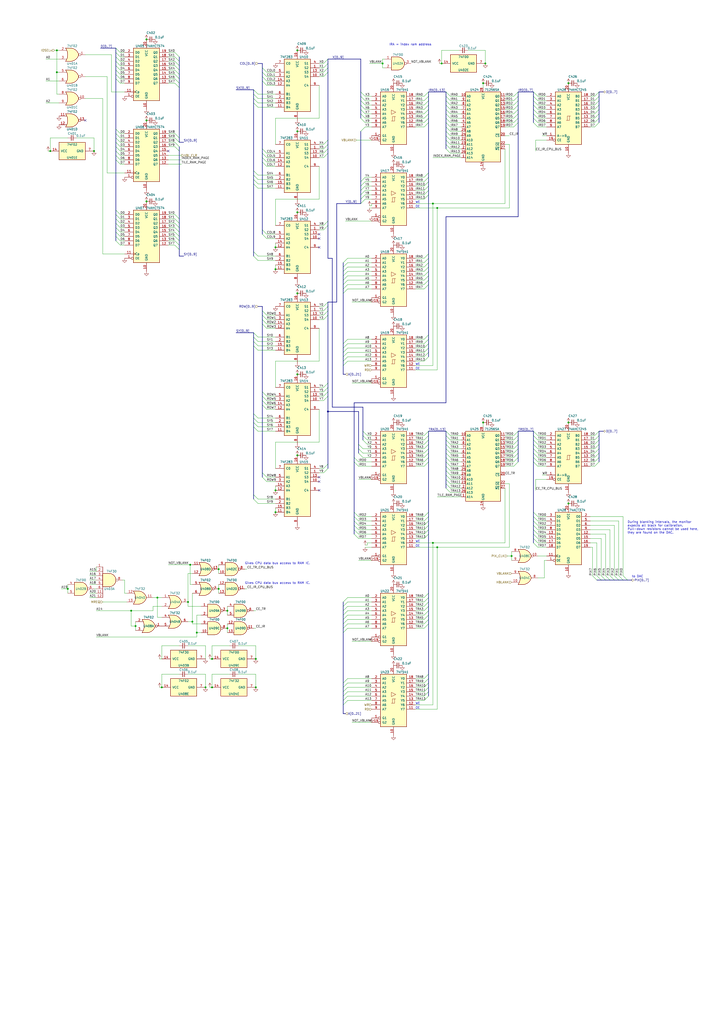
<source format=kicad_sch>
(kicad_sch (version 20211123) (generator eeschema)
  (paper "A2" portrait)
  (junction (at 222.25 36.83))
  (junction (at 54.61 87.63))
  (junction (at 160.02 156.21))
  (junction (at 111.76 360.68))
  (junction (at 251.46 118.11))
  (junction (at 110.49 327.66))
  (junction (at 148.59 382.27))
  (junction (at 190.5 238.76))
  (junction (at 172.72 123.19))
  (junction (at 76.2 354.33))
  (junction (at 33.02 41.91))
  (junction (at 160.02 297.18))
  (junction (at 127 330.2))
  (junction (at 330.2 245.11))
  (junction (at 148.59 398.78))
  (junction (at 172.72 170.18))
  (junction (at 109.22 349.25))
  (junction (at 132.08 364.49))
  (junction (at 93.98 398.78))
  (junction (at 254 317.5))
  (junction (at 85.09 22.86))
  (junction (at 85.09 69.85))
  (junction (at 256.54 36.83))
  (junction (at 297.18 322.58))
  (junction (at 160.02 143.51))
  (junction (at 119.38 398.78))
  (junction (at 123.19 398.78))
  (junction (at 33.02 29.21))
  (junction (at 114.3 367.03))
  (junction (at 29.21 87.63))
  (junction (at 85.09 116.84))
  (junction (at 123.19 382.27))
  (junction (at 160.02 284.48))
  (junction (at 39.37 341.63))
  (junction (at 281.94 36.83))
  (junction (at 280.67 245.11))
  (junction (at 280.67 48.26))
  (junction (at 330.2 292.1))
  (junction (at 251.46 314.96))
  (junction (at 91.44 346.71))
  (junction (at 172.72 29.21))
  (junction (at 172.72 264.16))
  (junction (at 254 120.65))
  (junction (at 127 341.63))
  (junction (at 330.2 48.26))
  (junction (at 78.74 363.22))
  (junction (at 132.08 354.33))
  (junction (at 172.72 76.2))
  (junction (at 172.72 217.17))
  (no_connect (at 185.42 138.43))
  (no_connect (at 185.42 143.51))
  (no_connect (at 49.53 69.85))
  (no_connect (at 185.42 284.48))
  (no_connect (at 185.42 135.89))
  (no_connect (at 185.42 276.86))
  (no_connect (at 185.42 279.4))
  (no_connect (at 97.79 87.63))
  (bus_entry (at 345.44 252.73) (size 2.54 -2.54))
  (bus_entry (at 199.39 398.78) (size 2.54 -2.54))
  (bus_entry (at 259.08 63.5) (size 2.54 2.54))
  (bus_entry (at 246.38 267.97) (size 2.54 -2.54))
  (bus_entry (at 101.6 43.18) (size 2.54 2.54))
  (bus_entry (at 298.45 58.42) (size 2.54 -2.54))
  (bus_entry (at 246.38 60.96) (size 2.54 -2.54))
  (bus_entry (at 259.08 81.28) (size 2.54 2.54))
  (bus_entry (at 67.31 82.55) (size 2.54 2.54))
  (bus_entry (at 298.45 60.96) (size 2.54 -2.54))
  (bus_entry (at 152.4 44.45) (size 2.54 2.54))
  (bus_entry (at 259.08 252.73) (size 2.54 2.54))
  (bus_entry (at 152.4 86.36) (size 2.54 2.54))
  (bus_entry (at 67.31 127) (size 2.54 2.54))
  (bus_entry (at 147.32 287.02) (size 2.54 2.54))
  (bus_entry (at 246.38 105.41) (size 2.54 -2.54))
  (bus_entry (at 298.45 55.88) (size 2.54 -2.54))
  (bus_entry (at 101.6 35.56) (size 2.54 2.54))
  (bus_entry (at 246.38 396.24) (size 2.54 -2.54))
  (bus_entry (at 345.44 71.12) (size 2.54 -2.54))
  (bus_entry (at 199.39 356.87) (size 2.54 -2.54))
  (bus_entry (at 152.4 39.37) (size 2.54 2.54))
  (bus_entry (at 152.4 93.98) (size 2.54 2.54))
  (bus_entry (at 210.82 252.73) (size 2.54 2.54))
  (bus_entry (at 259.08 273.05) (size 2.54 2.54))
  (bus_entry (at 152.4 46.99) (size 2.54 2.54))
  (bus_entry (at 152.4 133.35) (size 2.54 2.54))
  (bus_entry (at 152.4 91.44) (size 2.54 2.54))
  (bus_entry (at 208.28 257.81) (size 2.54 2.54))
  (bus_entry (at 199.39 351.79) (size 2.54 -2.54))
  (bus_entry (at 356.87 336.55) (size -2.54 -2.54))
  (bus_entry (at 187.96 39.37) (size 2.54 -2.54))
  (bus_entry (at 351.79 336.55) (size -2.54 -2.54))
  (bus_entry (at 199.39 152.4) (size 2.54 -2.54))
  (bus_entry (at 209.55 115.57) (size 2.54 -2.54))
  (bus_entry (at 246.38 102.87) (size 2.54 -2.54))
  (bus_entry (at 199.39 204.47) (size 2.54 -2.54))
  (bus_entry (at 67.31 77.47) (size 2.54 2.54))
  (bus_entry (at 298.45 63.5) (size 2.54 -2.54))
  (bus_entry (at 67.31 43.18) (size 2.54 2.54))
  (bus_entry (at 345.44 66.04) (size 2.54 -2.54))
  (bus_entry (at 187.96 274.32) (size 2.54 -2.54))
  (bus_entry (at 101.6 85.09) (size 2.54 2.54))
  (bus_entry (at 209.55 118.11) (size 2.54 -2.54))
  (bus_entry (at 147.32 146.05) (size 2.54 2.54))
  (bus_entry (at 205.74 299.72) (size 2.54 2.54))
  (bus_entry (at 259.08 58.42) (size 2.54 2.54))
  (bus_entry (at 346.71 336.55) (size -2.54 -2.54))
  (bus_entry (at 205.74 304.8) (size 2.54 2.54))
  (bus_entry (at 152.4 185.42) (size 2.54 2.54))
  (bus_entry (at 246.38 63.5) (size 2.54 -2.54))
  (bus_entry (at 246.38 401.32) (size 2.54 -2.54))
  (bus_entry (at 246.38 403.86) (size 2.54 -2.54))
  (bus_entry (at 246.38 160.02) (size 2.54 -2.54))
  (bus_entry (at 147.32 198.12) (size 2.54 2.54))
  (bus_entry (at 199.39 199.39) (size 2.54 -2.54))
  (bus_entry (at 246.38 361.95) (size 2.54 -2.54))
  (bus_entry (at 205.74 267.97) (size 2.54 2.54))
  (bus_entry (at 246.38 209.55) (size 2.54 -2.54))
  (bus_entry (at 246.38 149.86) (size 2.54 -2.54))
  (bus_entry (at 246.38 304.8) (size 2.54 -2.54))
  (bus_entry (at 259.08 73.66) (size 2.54 2.54))
  (bus_entry (at 309.88 309.88) (size 2.54 2.54))
  (bus_entry (at 147.32 195.58) (size 2.54 2.54))
  (bus_entry (at 246.38 255.27) (size 2.54 -2.54))
  (bus_entry (at 345.44 267.97) (size 2.54 -2.54))
  (bus_entry (at 345.44 265.43) (size 2.54 -2.54))
  (bus_entry (at 246.38 55.88) (size 2.54 -2.54))
  (bus_entry (at 187.96 41.91) (size 2.54 -2.54))
  (bus_entry (at 246.38 113.03) (size 2.54 -2.54))
  (bus_entry (at 208.28 260.35) (size 2.54 2.54))
  (bus_entry (at 205.74 309.88) (size 2.54 2.54))
  (bus_entry (at 101.6 30.48) (size 2.54 2.54))
  (bus_entry (at 246.38 359.41) (size 2.54 -2.54))
  (bus_entry (at 309.88 265.43) (size 2.54 2.54))
  (bus_entry (at 147.32 59.69) (size 2.54 2.54))
  (bus_entry (at 67.31 121.92) (size 2.54 2.54))
  (bus_entry (at 345.44 60.96) (size 2.54 -2.54))
  (bus_entry (at 152.4 187.96) (size 2.54 2.54))
  (bus_entry (at 298.45 270.51) (size 2.54 -2.54))
  (bus_entry (at 199.39 349.25) (size 2.54 -2.54))
  (bus_entry (at 209.55 58.42) (size 2.54 2.54))
  (bus_entry (at 209.55 53.34) (size 2.54 2.54))
  (bus_entry (at 187.96 224.79) (size 2.54 -2.54))
  (bus_entry (at 147.32 240.03) (size 2.54 2.54))
  (bus_entry (at 309.88 314.96) (size 2.54 2.54))
  (bus_entry (at 67.31 85.09) (size 2.54 2.54))
  (bus_entry (at 101.6 139.7) (size 2.54 2.54))
  (bus_entry (at 101.6 134.62) (size 2.54 2.54))
  (bus_entry (at 209.55 55.88) (size 2.54 2.54))
  (bus_entry (at 246.38 207.01) (size 2.54 -2.54))
  (bus_entry (at 199.39 160.02) (size 2.54 -2.54))
  (bus_entry (at 187.96 182.88) (size 2.54 -2.54))
  (bus_entry (at 67.31 38.1) (size 2.54 2.54))
  (bus_entry (at 309.88 299.72) (size 2.54 2.54))
  (bus_entry (at 67.31 90.17) (size 2.54 2.54))
  (bus_entry (at 259.08 68.58) (size 2.54 2.54))
  (bus_entry (at 101.6 127) (size 2.54 2.54))
  (bus_entry (at 209.55 68.58) (size 2.54 2.54))
  (bus_entry (at 209.55 63.5) (size 2.54 2.54))
  (bus_entry (at 345.44 260.35) (size 2.54 -2.54))
  (bus_entry (at 147.32 99.06) (size 2.54 2.54))
  (bus_entry (at 152.4 41.91) (size 2.54 2.54))
  (bus_entry (at 309.88 63.5) (size 2.54 2.54))
  (bus_entry (at 246.38 165.1) (size 2.54 -2.54))
  (bus_entry (at 187.96 177.8) (size 2.54 -2.54))
  (bus_entry (at 246.38 58.42) (size 2.54 -2.54))
  (bus_entry (at 246.38 307.34) (size 2.54 -2.54))
  (bus_entry (at 246.38 260.35) (size 2.54 -2.54))
  (bus_entry (at 345.44 262.89) (size 2.54 -2.54))
  (bus_entry (at 67.31 30.48) (size 2.54 2.54))
  (bus_entry (at 147.32 200.66) (size 2.54 2.54))
  (bus_entry (at 67.31 35.56) (size 2.54 2.54))
  (bus_entry (at 309.88 302.26) (size 2.54 2.54))
  (bus_entry (at 259.08 265.43) (size 2.54 2.54))
  (bus_entry (at 101.6 132.08) (size 2.54 2.54))
  (bus_entry (at 101.6 129.54) (size 2.54 2.54))
  (bus_entry (at 209.55 110.49) (size 2.54 -2.54))
  (bus_entry (at 101.6 48.26) (size 2.54 2.54))
  (bus_entry (at 187.96 130.81) (size 2.54 -2.54))
  (bus_entry (at 364.49 336.55) (size -2.54 -2.54))
  (bus_entry (at 152.4 135.89) (size 2.54 2.54))
  (bus_entry (at 298.45 252.73) (size 2.54 -2.54))
  (bus_entry (at 246.38 406.4) (size 2.54 -2.54))
  (bus_entry (at 152.4 227.33) (size 2.54 2.54))
  (bus_entry (at 309.88 267.97) (size 2.54 2.54))
  (bus_entry (at 309.88 297.18) (size 2.54 2.54))
  (bus_entry (at 246.38 346.71) (size 2.54 -2.54))
  (bus_entry (at 187.96 91.44) (size 2.54 -2.54))
  (bus_entry (at 67.31 134.62) (size 2.54 2.54))
  (bus_entry (at 259.08 283.21) (size 2.54 2.54))
  (bus_entry (at 187.96 185.42) (size 2.54 -2.54))
  (bus_entry (at 199.39 364.49) (size 2.54 -2.54))
  (bus_entry (at 309.88 312.42) (size 2.54 2.54))
  (bus_entry (at 345.44 73.66) (size 2.54 -2.54))
  (bus_entry (at 246.38 356.87) (size 2.54 -2.54))
  (bus_entry (at 152.4 276.86) (size 2.54 2.54))
  (bus_entry (at 187.96 44.45) (size 2.54 -2.54))
  (bus_entry (at 246.38 252.73) (size 2.54 -2.54))
  (bus_entry (at 298.45 262.89) (size 2.54 -2.54))
  (bus_entry (at 209.55 105.41) (size 2.54 -2.54))
  (bus_entry (at 67.31 45.72) (size 2.54 2.54))
  (bus_entry (at 345.44 257.81) (size 2.54 -2.54))
  (bus_entry (at 209.55 66.04) (size 2.54 2.54))
  (bus_entry (at 298.45 267.97) (size 2.54 -2.54))
  (bus_entry (at 246.38 349.25) (size 2.54 -2.54))
  (bus_entry (at 209.55 107.95) (size 2.54 -2.54))
  (bus_entry (at 67.31 40.64) (size 2.54 2.54))
  (bus_entry (at 309.88 66.04) (size 2.54 2.54))
  (bus_entry (at 246.38 262.89) (size 2.54 -2.54))
  (bus_entry (at 246.38 351.79) (size 2.54 -2.54))
  (bus_entry (at 259.08 78.74) (size 2.54 2.54))
  (bus_entry (at 246.38 157.48) (size 2.54 -2.54))
  (bus_entry (at 147.32 193.04) (size 2.54 2.54))
  (bus_entry (at 209.55 60.96) (size 2.54 2.54))
  (bus_entry (at 309.88 58.42) (size 2.54 2.54))
  (bus_entry (at 205.74 297.18) (size 2.54 2.54))
  (bus_entry (at 199.39 396.24) (size 2.54 -2.54))
  (bus_entry (at 246.38 167.64) (size 2.54 -2.54))
  (bus_entry (at 298.45 257.81) (size 2.54 -2.54))
  (bus_entry (at 152.4 180.34) (size 2.54 2.54))
  (bus_entry (at 246.38 257.81) (size 2.54 -2.54))
  (bus_entry (at 147.32 245.11) (size 2.54 2.54))
  (bus_entry (at 309.88 307.34) (size 2.54 2.54))
  (bus_entry (at 246.38 265.43) (size 2.54 -2.54))
  (bus_entry (at 259.08 83.82) (size 2.54 2.54))
  (bus_entry (at 205.74 302.26) (size 2.54 2.54))
  (bus_entry (at 259.08 267.97) (size 2.54 2.54))
  (bus_entry (at 199.39 401.32) (size 2.54 -2.54))
  (bus_entry (at 199.39 170.18) (size 2.54 -2.54))
  (bus_entry (at 309.88 304.8) (size 2.54 2.54))
  (bus_entry (at 101.6 45.72) (size 2.54 2.54))
  (bus_entry (at 199.39 408.94) (size 2.54 -2.54))
  (bus_entry (at 187.96 83.82) (size 2.54 -2.54))
  (bus_entry (at 147.32 54.61) (size 2.54 2.54))
  (bus_entry (at 298.45 66.04) (size 2.54 -2.54))
  (bus_entry (at 259.08 260.35) (size 2.54 2.54))
  (bus_entry (at 147.32 247.65) (size 2.54 2.54))
  (bus_entry (at 199.39 207.01) (size 2.54 -2.54))
  (bus_entry (at 67.31 137.16) (size 2.54 2.54))
  (bus_entry (at 309.88 255.27) (size 2.54 2.54))
  (bus_entry (at 259.08 86.36) (size 2.54 2.54))
  (bus_entry (at 246.38 299.72) (size 2.54 -2.54))
  (bus_entry (at 147.32 148.59) (size 2.54 2.54))
  (bus_entry (at 246.38 110.49) (size 2.54 -2.54))
  (bus_entry (at 187.96 180.34) (size 2.54 -2.54))
  (bus_entry (at 152.4 232.41) (size 2.54 2.54))
  (bus_entry (at 309.88 71.12) (size 2.54 2.54))
  (bus_entry (at 259.08 270.51) (size 2.54 2.54))
  (bus_entry (at 187.96 227.33) (size 2.54 -2.54))
  (bus_entry (at 199.39 201.93) (size 2.54 -2.54))
  (bus_entry (at 67.31 139.7) (size 2.54 2.54))
  (bus_entry (at 298.45 265.43) (size 2.54 -2.54))
  (bus_entry (at 259.08 278.13) (size 2.54 2.54))
  (bus_entry (at 246.38 66.04) (size 2.54 -2.54))
  (bus_entry (at 67.31 87.63) (size 2.54 2.54))
  (bus_entry (at 298.45 260.35) (size 2.54 -2.54))
  (bus_entry (at 199.39 157.48) (size 2.54 -2.54))
  (bus_entry (at 101.6 80.01) (size 2.54 2.54))
  (bus_entry (at 209.55 76.2) (size 2.54 -2.54))
  (bus_entry (at 199.39 212.09) (size 2.54 -2.54))
  (bus_entry (at 101.6 40.64) (size 2.54 2.54))
  (bus_entry (at 345.44 55.88) (size 2.54 -2.54))
  (bus_entry (at 259.08 255.27) (size 2.54 2.54))
  (bus_entry (at 246.38 270.51) (size 2.54 -2.54))
  (bus_entry (at 147.32 289.56) (size 2.54 2.54))
  (bus_entry (at 259.08 71.12) (size 2.54 2.54))
  (bus_entry (at 309.88 262.89) (size 2.54 2.54))
  (bus_entry (at 309.88 252.73) (size 2.54 2.54))
  (bus_entry (at 259.08 257.81) (size 2.54 2.54))
  (bus_entry (at 246.38 201.93) (size 2.54 -2.54))
  (bus_entry (at 209.55 113.03) (size 2.54 -2.54))
  (bus_entry (at 199.39 209.55) (size 2.54 -2.54))
  (bus_entry (at 205.74 307.34) (size 2.54 2.54))
  (bus_entry (at 345.44 255.27) (size 2.54 -2.54))
  (bus_entry (at 187.96 133.35) (size 2.54 -2.54))
  (bus_entry (at 101.6 33.02) (size 2.54 2.54))
  (bus_entry (at 246.38 302.26) (size 2.54 -2.54))
  (bus_entry (at 147.32 106.68) (size 2.54 2.54))
  (bus_entry (at 259.08 262.89) (size 2.54 2.54))
  (bus_entry (at 259.08 275.59) (size 2.54 2.54))
  (bus_entry (at 259.08 76.2) (size 2.54 2.54))
  (bus_entry (at 147.32 52.07) (size 2.54 2.54))
  (bus_entry (at 187.96 229.87) (size 2.54 -2.54))
  (bus_entry (at 147.32 101.6) (size 2.54 2.54))
  (bus_entry (at 246.38 152.4) (size 2.54 -2.54))
  (bus_entry (at 356.87 334.01) (size 2.54 2.54))
  (bus_entry (at 246.38 364.49) (size 2.54 -2.54))
  (bus_entry (at 101.6 124.46) (size 2.54 2.54))
  (bus_entry (at 298.45 73.66) (size 2.54 -2.54))
  (bus_entry (at 309.88 55.88) (size 2.54 2.54))
  (bus_entry (at 101.6 142.24) (size 2.54 2.54))
  (bus_entry (at 101.6 137.16) (size 2.54 2.54))
  (bus_entry (at 199.39 403.86) (size 2.54 -2.54))
  (bus_entry (at 199.39 354.33) (size 2.54 -2.54))
  (bus_entry (at 210.82 255.27) (size 2.54 2.54))
  (bus_entry (at 246.38 71.12) (size 2.54 -2.54))
  (bus_entry (at 101.6 38.1) (size 2.54 2.54))
  (bus_entry (at 205.74 265.43) (size 2.54 2.54))
  (bus_entry (at 259.08 55.88) (size 2.54 2.54))
  (bus_entry (at 199.39 367.03) (size 2.54 -2.54))
  (bus_entry (at 199.39 165.1) (size 2.54 -2.54))
  (bus_entry (at 246.38 162.56) (size 2.54 -2.54))
  (bus_entry (at 67.31 124.46) (size 2.54 2.54))
  (bus_entry (at 246.38 107.95) (size 2.54 -2.54))
  (bus_entry (at 309.88 257.81) (size 2.54 2.54))
  (bus_entry (at 354.33 336.55) (size -2.54 -2.54))
  (bus_entry (at 199.39 167.64) (size 2.54 -2.54))
  (bus_entry (at 187.96 271.78) (size 2.54 -2.54))
  (bus_entry (at 147.32 242.57) (size 2.54 2.54))
  (bus_entry (at 147.32 104.14) (size 2.54 2.54))
  (bus_entry (at 152.4 234.95) (size 2.54 2.54))
  (bus_entry (at 152.4 88.9) (size 2.54 2.54))
  (bus_entry (at 259.08 60.96) (size 2.54 2.54))
  (bus_entry (at 298.45 255.27) (size 2.54 -2.54))
  (bus_entry (at 361.95 336.55) (size -2.54 -2.54))
  (bus_entry (at 187.96 88.9) (size 2.54 -2.54))
  (bus_entry (at 246.38 196.85) (size 2.54 -2.54))
  (bus_entry (at 67.31 27.94) (size 2.54 2.54))
  (bus_entry (at 298.45 71.12) (size 2.54 -2.54))
  (bus_entry (at 259.08 250.19) (size 2.54 2.54))
  (bus_entry (at 259.08 280.67) (size 2.54 2.54))
  (bus_entry (at 199.39 154.94) (size 2.54 -2.54))
  (bus_entry (at 67.31 92.71) (size 2.54 2.54))
  (bus_entry (at 246.38 393.7) (size 2.54 -2.54))
  (bus_entry (at 345.44 68.58) (size 2.54 -2.54))
  (bus_entry (at 199.39 406.4) (size 2.54 -2.54))
  (bus_entry (at 345.44 63.5) (size 2.54 -2.54))
  (bus_entry (at 246.38 73.66) (size 2.54 -2.54))
  (bus_entry (at 67.31 74.93) (size 2.54 2.54))
  (bus_entry (at 259.08 53.34) (size 2.54 2.54))
  (bus_entry (at 187.96 86.36) (size 2.54 -2.54))
  (bus_entry (at 208.28 262.89) (size 2.54 2.54))
  (bus_entry (at 67.31 132.08) (size 2.54 2.54))
  (bus_entry (at 246.38 154.94) (size 2.54 -2.54))
  (bus_entry (at 345.44 270.51) (size 2.54 -2.54))
  (bus_entry (at 259.08 66.04) (size 2.54 2.54))
  (bus_entry (at 67.31 129.54) (size 2.54 2.54))
  (bus_entry (at 147.32 57.15) (size 2.54 2.54))
  (bus_entry (at 67.31 80.01) (size 2.54 2.54))
  (bus_entry (at 309.88 60.96) (size 2.54 2.54))
  (bus_entry (at 246.38 204.47) (size 2.54 -2.54))
  (bus_entry (at 309.88 250.19) (size 2.54 2.54))
  (bus_entry (at 187.96 232.41) (size 2.54 -2.54))
  (bus_entry (at 246.38 312.42) (size 2.54 -2.54))
  (bus_entry (at 101.6 82.55) (size 2.54 2.54))
  (bus_entry (at 101.6 77.47) (size 2.54 2.54))
  (bus_entry (at 246.38 398.78) (size 2.54 -2.54))
  (bus_entry (at 152.4 274.32) (size 2.54 2.54))
  (bus_entry (at 199.39 361.95) (size 2.54 -2.54))
  (bus_entry (at 298.45 68.58) (size 2.54 -2.54))
  (bus_entry (at 67.31 33.02) (size 2.54 2.54))
  (bus_entry (at 309.88 68.58) (size 2.54 2.54))
  (bus_entry (at 309.88 53.34) (size 2.54 2.54))
  (bus_entry (at 210.82 250.19) (size 2.54 2.54))
  (bus_entry (at 199.39 162.56) (size 2.54 -2.54))
  (bus_entry (at 246.38 309.88) (size 2.54 -2.54))
  (bus_entry (at 246.38 199.39) (size 2.54 -2.54))
  (bus_entry (at 246.38 68.58) (size 2.54 -2.54))
  (bus_entry (at 187.96 36.83) (size 2.54 -2.54))
  (bus_entry (at 152.4 182.88) (size 2.54 2.54))
  (bus_entry (at 199.39 359.41) (size 2.54 -2.54))
  (bus_entry (at 246.38 115.57) (size 2.54 -2.54))
  (bus_entry (at 246.38 354.33) (size 2.54 -2.54))
  (bus_entry (at 349.25 336.55) (size -2.54 -2.54))
  (bus_entry (at 152.4 229.87) (size 2.54 2.54))
  (bus_entry (at 345.44 58.42) (size 2.54 -2.54))
  (bus_entry (at 309.88 260.35) (size 2.54 2.54))
  (wire (pts (xy 29.21 80.01) (xy 29.21 87.63)))
  (bus (pts (xy 259.08 66.04) (xy 259.08 68.58)))
  (wire (pts (xy 88.9 354.33) (xy 76.2 354.33)))
  (wire (pts (xy 241.3 307.34) (xy 246.38 307.34)))
  (wire (pts (xy 101.6 43.18) (xy 97.79 43.18)))
  (wire (pts (xy 78.74 363.22) (xy 76.2 363.22)))
  (wire (pts (xy 123.19 391.16) (xy 123.19 398.78)))
  (bus (pts (xy 190.5 180.34) (xy 190.5 182.88)))
  (bus (pts (xy 248.92 102.87) (xy 248.92 105.41)))
  (wire (pts (xy 293.37 66.04) (xy 298.45 66.04)))
  (bus (pts (xy 248.92 255.27) (xy 248.92 257.81)))
  (bus (pts (xy 309.88 309.88) (xy 309.88 312.42)))
  (wire (pts (xy 109.22 351.79) (xy 116.84 351.79)))
  (wire (pts (xy 200.66 128.27) (xy 215.9 128.27)))
  (wire (pts (xy 154.94 182.88) (xy 160.02 182.88)))
  (wire (pts (xy 101.6 132.08) (xy 97.79 132.08)))
  (wire (pts (xy 160.02 245.11) (xy 149.86 245.11)))
  (wire (pts (xy 261.62 273.05) (xy 267.97 273.05)))
  (wire (pts (xy 293.37 257.81) (xy 298.45 257.81)))
  (bus (pts (xy 205.74 304.8) (xy 205.74 307.34)))
  (bus (pts (xy 104.14 134.62) (xy 104.14 137.16)))
  (bus (pts (xy 199.39 406.4) (xy 199.39 408.94)))
  (wire (pts (xy 148.59 374.65) (xy 148.59 382.27)))
  (wire (pts (xy 271.78 29.21) (xy 281.94 29.21)))
  (bus (pts (xy 152.4 229.87) (xy 152.4 232.41)))
  (bus (pts (xy 209.55 55.88) (xy 209.55 58.42)))
  (bus (pts (xy 259.08 63.5) (xy 259.08 66.04)))
  (bus (pts (xy 210.82 252.73) (xy 210.82 255.27)))
  (wire (pts (xy 154.94 279.4) (xy 160.02 279.4)))
  (wire (pts (xy 114.3 369.57) (xy 55.88 369.57)))
  (wire (pts (xy 97.79 92.71) (xy 105.41 92.71)))
  (wire (pts (xy 154.94 276.86) (xy 160.02 276.86)))
  (bus (pts (xy 259.08 270.51) (xy 259.08 273.05)))
  (bus (pts (xy 248.92 401.32) (xy 248.92 403.86)))
  (bus (pts (xy 248.92 361.95) (xy 248.92 391.16)))
  (wire (pts (xy 160.02 198.12) (xy 149.86 198.12)))
  (bus (pts (xy 259.08 262.89) (xy 259.08 265.43)))
  (wire (pts (xy 311.15 81.28) (xy 317.5 81.28)))
  (wire (pts (xy 293.37 265.43) (xy 298.45 265.43)))
  (wire (pts (xy 342.9 299.72) (xy 361.95 299.72)))
  (wire (pts (xy 185.42 182.88) (xy 187.96 182.88)))
  (wire (pts (xy 342.9 309.88) (xy 351.79 309.88)))
  (wire (pts (xy 312.42 267.97) (xy 317.5 267.97)))
  (bus (pts (xy 309.88 60.96) (xy 309.88 63.5)))
  (wire (pts (xy 185.42 115.57) (xy 160.02 115.57)))
  (wire (pts (xy 52.07 344.17) (xy 55.88 344.17)))
  (wire (pts (xy 69.85 132.08) (xy 72.39 132.08)))
  (wire (pts (xy 26.67 59.69) (xy 34.29 59.69)))
  (wire (pts (xy 345.44 270.51) (xy 342.9 270.51)))
  (bus (pts (xy 259.08 265.43) (xy 259.08 267.97)))
  (wire (pts (xy 119.38 374.65) (xy 119.38 382.27)))
  (bus (pts (xy 67.31 30.48) (xy 67.31 33.02)))
  (wire (pts (xy 312.42 304.8) (xy 317.5 304.8)))
  (wire (pts (xy 261.62 270.51) (xy 267.97 270.51)))
  (wire (pts (xy 212.09 63.5) (xy 215.9 63.5)))
  (bus (pts (xy 67.31 45.72) (xy 67.31 74.93)))
  (wire (pts (xy 293.37 270.51) (xy 298.45 270.51)))
  (bus (pts (xy 347.98 55.88) (xy 347.98 58.42)))
  (wire (pts (xy 127 344.17) (xy 127 341.63)))
  (wire (pts (xy 160.02 109.22) (xy 149.86 109.22)))
  (bus (pts (xy 104.14 43.18) (xy 104.14 45.72)))
  (wire (pts (xy 88.9 351.79) (xy 88.9 354.33)))
  (wire (pts (xy 261.62 267.97) (xy 267.97 267.97)))
  (bus (pts (xy 300.99 58.42) (xy 300.99 60.96)))
  (wire (pts (xy 241.3 262.89) (xy 246.38 262.89)))
  (wire (pts (xy 210.82 260.35) (xy 215.9 260.35)))
  (bus (pts (xy 199.39 217.17) (xy 200.66 217.17)))
  (wire (pts (xy 185.42 232.41) (xy 187.96 232.41)))
  (bus (pts (xy 248.92 196.85) (xy 248.92 199.39)))
  (wire (pts (xy 246.38 160.02) (xy 241.3 160.02)))
  (wire (pts (xy 345.44 257.81) (xy 342.9 257.81)))
  (wire (pts (xy 246.38 66.04) (xy 241.3 66.04)))
  (wire (pts (xy 215.9 120.65) (xy 214.63 120.65)))
  (bus (pts (xy 67.31 35.56) (xy 67.31 38.1)))
  (wire (pts (xy 39.37 339.09) (xy 39.37 341.63)))
  (wire (pts (xy 293.37 262.89) (xy 298.45 262.89)))
  (wire (pts (xy 241.3 361.95) (xy 246.38 361.95)))
  (wire (pts (xy 314.96 275.59) (xy 317.5 275.59)))
  (wire (pts (xy 342.9 317.5) (xy 344.17 317.5)))
  (bus (pts (xy 248.92 199.39) (xy 248.92 201.93)))
  (wire (pts (xy 97.79 90.17) (xy 105.41 90.17)))
  (bus (pts (xy 152.4 88.9) (xy 152.4 91.44)))
  (bus (pts (xy 152.4 185.42) (xy 152.4 187.96)))
  (wire (pts (xy 212.09 66.04) (xy 215.9 66.04)))
  (wire (pts (xy 52.07 334.01) (xy 55.88 334.01)))
  (wire (pts (xy 342.9 302.26) (xy 359.41 302.26)))
  (wire (pts (xy 92.71 382.27) (xy 93.98 382.27)))
  (bus (pts (xy 147.32 52.07) (xy 147.32 54.61)))
  (wire (pts (xy 311.15 278.13) (xy 317.5 278.13)))
  (wire (pts (xy 241.3 408.94) (xy 251.46 408.94)))
  (bus (pts (xy 199.39 414.02) (xy 200.66 414.02)))
  (bus (pts (xy 199.39 408.94) (xy 199.39 414.02)))
  (wire (pts (xy 208.28 309.88) (xy 215.9 309.88)))
  (bus (pts (xy 104.14 50.8) (xy 104.14 80.01)))
  (wire (pts (xy 54.61 341.63) (xy 55.88 341.63)))
  (wire (pts (xy 212.09 115.57) (xy 215.9 115.57)))
  (bus (pts (xy 248.92 110.49) (xy 248.92 113.03)))
  (bus (pts (xy 147.32 240.03) (xy 147.32 242.57)))
  (wire (pts (xy 59.69 147.32) (xy 72.39 147.32)))
  (wire (pts (xy 246.38 110.49) (xy 241.3 110.49)))
  (bus (pts (xy 209.55 34.29) (xy 209.55 53.34)))
  (wire (pts (xy 246.38 157.48) (xy 241.3 157.48)))
  (wire (pts (xy 69.85 139.7) (xy 72.39 139.7)))
  (bus (pts (xy 104.14 139.7) (xy 104.14 142.24)))
  (bus (pts (xy 248.92 157.48) (xy 248.92 160.02)))
  (wire (pts (xy 312.42 265.43) (xy 317.5 265.43)))
  (wire (pts (xy 201.93 354.33) (xy 215.9 354.33)))
  (wire (pts (xy 154.94 138.43) (xy 160.02 138.43)))
  (bus (pts (xy 259.08 76.2) (xy 259.08 78.74)))
  (wire (pts (xy 185.42 180.34) (xy 187.96 180.34)))
  (wire (pts (xy 356.87 304.8) (xy 356.87 334.01)))
  (bus (pts (xy 248.92 309.88) (xy 248.92 344.17)))
  (bus (pts (xy 190.5 81.28) (xy 190.5 83.82)))
  (wire (pts (xy 119.38 391.16) (xy 119.38 398.78)))
  (wire (pts (xy 201.93 209.55) (xy 215.9 209.55)))
  (wire (pts (xy 241.3 270.51) (xy 246.38 270.51)))
  (wire (pts (xy 241.3 398.78) (xy 246.38 398.78)))
  (bus (pts (xy 300.99 265.43) (xy 300.99 267.97)))
  (bus (pts (xy 347.98 66.04) (xy 347.98 68.58)))
  (bus (pts (xy 309.88 255.27) (xy 309.88 257.81)))
  (bus (pts (xy 248.92 356.87) (xy 248.92 359.41)))
  (wire (pts (xy 109.22 391.16) (xy 119.38 391.16)))
  (wire (pts (xy 261.62 255.27) (xy 267.97 255.27)))
  (bus (pts (xy 152.4 232.41) (xy 152.4 234.95)))
  (wire (pts (xy 127 341.63) (xy 127 339.09)))
  (wire (pts (xy 201.93 396.24) (xy 215.9 396.24)))
  (wire (pts (xy 109.22 349.25) (xy 109.22 351.79)))
  (bus (pts (xy 309.88 299.72) (xy 309.88 302.26)))
  (wire (pts (xy 69.85 142.24) (xy 72.39 142.24)))
  (bus (pts (xy 248.92 60.96) (xy 248.92 63.5)))
  (bus (pts (xy 300.99 250.19) (xy 300.99 252.73)))
  (wire (pts (xy 160.02 104.14) (xy 149.86 104.14)))
  (bus (pts (xy 209.55 58.42) (xy 209.55 60.96)))
  (bus (pts (xy 199.39 160.02) (xy 199.39 162.56)))
  (wire (pts (xy 246.38 115.57) (xy 241.3 115.57)))
  (wire (pts (xy 111.76 360.68) (xy 109.22 360.68)))
  (bus (pts (xy 354.33 336.55) (xy 356.87 336.55)))
  (wire (pts (xy 295.91 280.67) (xy 293.37 280.67)))
  (wire (pts (xy 312.42 270.51) (xy 317.5 270.51)))
  (bus (pts (xy 209.55 107.95) (xy 209.55 110.49)))
  (wire (pts (xy 138.43 374.65) (xy 148.59 374.65)))
  (bus (pts (xy 351.79 336.55) (xy 354.33 336.55)))
  (bus (pts (xy 259.08 81.28) (xy 259.08 83.82)))
  (wire (pts (xy 93.98 346.71) (xy 91.44 346.71)))
  (bus (pts (xy 104.14 40.64) (xy 104.14 43.18)))
  (bus (pts (xy 209.55 105.41) (xy 209.55 107.95)))
  (wire (pts (xy 104.14 391.16) (xy 93.98 391.16)))
  (wire (pts (xy 215.9 255.27) (xy 213.36 255.27)))
  (bus (pts (xy 248.92 201.93) (xy 248.92 204.47)))
  (wire (pts (xy 246.38 107.95) (xy 241.3 107.95)))
  (wire (pts (xy 201.93 152.4) (xy 215.9 152.4)))
  (wire (pts (xy 160.02 209.55) (xy 185.42 209.55)))
  (bus (pts (xy 208.28 260.35) (xy 208.28 262.89)))
  (bus (pts (xy 104.14 48.26) (xy 104.14 50.8)))
  (bus (pts (xy 190.5 130.81) (xy 190.5 149.86)))
  (wire (pts (xy 160.02 115.57) (xy 160.02 130.81)))
  (wire (pts (xy 241.3 257.81) (xy 246.38 257.81)))
  (wire (pts (xy 73.66 344.17) (xy 72.39 344.17)))
  (wire (pts (xy 246.38 165.1) (xy 241.3 165.1)))
  (wire (pts (xy 241.3 351.79) (xy 246.38 351.79)))
  (wire (pts (xy 222.25 36.83) (xy 222.25 39.37)))
  (wire (pts (xy 201.93 349.25) (xy 215.9 349.25)))
  (bus (pts (xy 67.31 129.54) (xy 67.31 132.08)))
  (wire (pts (xy 123.19 374.65) (xy 123.19 382.27)))
  (wire (pts (xy 204.47 175.26) (xy 215.9 175.26)))
  (bus (pts (xy 248.92 265.43) (xy 248.92 267.97)))
  (bus (pts (xy 147.32 198.12) (xy 147.32 200.66)))
  (bus (pts (xy 199.39 367.03) (xy 199.39 396.24)))
  (bus (pts (xy 190.5 238.76) (xy 190.5 269.24)))
  (bus (pts (xy 67.31 90.17) (xy 67.31 92.71)))
  (wire (pts (xy 312.42 314.96) (xy 317.5 314.96)))
  (wire (pts (xy 62.23 100.33) (xy 72.39 100.33)))
  (bus (pts (xy 248.92 297.18) (xy 248.92 299.72)))
  (wire (pts (xy 212.09 110.49) (xy 215.9 110.49)))
  (bus (pts (xy 347.98 63.5) (xy 347.98 66.04)))
  (wire (pts (xy 267.97 81.28) (xy 261.62 81.28)))
  (bus (pts (xy 300.99 55.88) (xy 300.99 58.42)))
  (wire (pts (xy 261.62 260.35) (xy 267.97 260.35)))
  (wire (pts (xy 138.43 391.16) (xy 148.59 391.16)))
  (wire (pts (xy 101.6 45.72) (xy 97.79 45.72)))
  (wire (pts (xy 246.38 105.41) (xy 241.3 105.41)))
  (wire (pts (xy 246.38 60.96) (xy 241.3 60.96)))
  (wire (pts (xy 293.37 118.11) (xy 293.37 86.36)))
  (wire (pts (xy 345.44 63.5) (xy 342.9 63.5)))
  (wire (pts (xy 201.93 398.78) (xy 215.9 398.78)))
  (wire (pts (xy 114.3 367.03) (xy 116.84 367.03)))
  (wire (pts (xy 261.62 257.81) (xy 267.97 257.81)))
  (wire (pts (xy 69.85 82.55) (xy 72.39 82.55)))
  (wire (pts (xy 185.42 133.35) (xy 187.96 133.35)))
  (bus (pts (xy 347.98 58.42) (xy 347.98 60.96)))
  (bus (pts (xy 248.92 160.02) (xy 248.92 162.56)))
  (wire (pts (xy 267.97 63.5) (xy 261.62 63.5)))
  (bus (pts (xy 248.92 147.32) (xy 248.92 149.86)))
  (wire (pts (xy 69.85 134.62) (xy 72.39 134.62)))
  (wire (pts (xy 267.97 68.58) (xy 261.62 68.58)))
  (bus (pts (xy 248.92 113.03) (xy 248.92 147.32)))
  (bus (pts (xy 309.88 58.42) (xy 309.88 60.96)))
  (wire (pts (xy 254 120.65) (xy 241.3 120.65)))
  (wire (pts (xy 33.02 54.61) (xy 34.29 54.61)))
  (wire (pts (xy 351.79 309.88) (xy 351.79 334.01)))
  (wire (pts (xy 109.22 374.65) (xy 119.38 374.65)))
  (wire (pts (xy 207.01 81.28) (xy 215.9 81.28)))
  (wire (pts (xy 345.44 58.42) (xy 342.9 58.42)))
  (bus (pts (xy 104.14 35.56) (xy 104.14 38.1)))
  (wire (pts (xy 255.27 36.83) (xy 256.54 36.83)))
  (wire (pts (xy 251.46 118.11) (xy 293.37 118.11)))
  (wire (pts (xy 212.09 68.58) (xy 215.9 68.58)))
  (wire (pts (xy 160.02 234.95) (xy 154.94 234.95)))
  (wire (pts (xy 349.25 334.01) (xy 349.25 312.42)))
  (bus (pts (xy 259.08 78.74) (xy 259.08 81.28)))
  (wire (pts (xy 160.02 101.6) (xy 149.86 101.6)))
  (wire (pts (xy 241.3 349.25) (xy 246.38 349.25)))
  (wire (pts (xy 111.76 344.17) (xy 111.76 360.68)))
  (wire (pts (xy 93.98 351.79) (xy 88.9 351.79)))
  (bus (pts (xy 248.92 307.34) (xy 248.92 309.88)))
  (wire (pts (xy 101.6 139.7) (xy 97.79 139.7)))
  (wire (pts (xy 121.92 398.78) (xy 123.19 398.78)))
  (wire (pts (xy 52.07 336.55) (xy 55.88 336.55)))
  (bus (pts (xy 190.5 39.37) (xy 190.5 41.91)))
  (wire (pts (xy 261.62 275.59) (xy 267.97 275.59)))
  (wire (pts (xy 246.38 209.55) (xy 241.3 209.55)))
  (wire (pts (xy 312.42 335.28) (xy 316.23 335.28)))
  (wire (pts (xy 160.02 83.82) (xy 160.02 68.58)))
  (bus (pts (xy 147.32 99.06) (xy 147.32 101.6)))
  (bus (pts (xy 152.4 133.35) (xy 152.4 135.89)))
  (bus (pts (xy 67.31 137.16) (xy 67.31 139.7)))
  (wire (pts (xy 210.82 262.89) (xy 215.9 262.89)))
  (bus (pts (xy 248.92 299.72) (xy 248.92 302.26)))
  (bus (pts (xy 346.71 336.55) (xy 349.25 336.55)))
  (bus (pts (xy 209.55 53.34) (xy 209.55 55.88)))
  (bus (pts (xy 137.16 52.07) (xy 147.32 52.07)))
  (bus (pts (xy 152.4 86.36) (xy 152.4 88.9)))
  (bus (pts (xy 300.99 260.35) (xy 300.99 262.89)))
  (bus (pts (xy 152.4 91.44) (xy 152.4 93.98)))
  (wire (pts (xy 154.94 41.91) (xy 160.02 41.91)))
  (bus (pts (xy 248.92 55.88) (xy 248.92 58.42)))
  (wire (pts (xy 201.93 393.7) (xy 215.9 393.7)))
  (wire (pts (xy 212.09 105.41) (xy 215.9 105.41)))
  (wire (pts (xy 133.35 374.65) (xy 123.19 374.65)))
  (wire (pts (xy 78.74 360.68) (xy 78.74 363.22)))
  (wire (pts (xy 345.44 255.27) (xy 342.9 255.27)))
  (bus (pts (xy 259.08 280.67) (xy 259.08 283.21)))
  (wire (pts (xy 312.42 68.58) (xy 317.5 68.58)))
  (bus (pts (xy 248.92 302.26) (xy 248.92 304.8)))
  (bus (pts (xy 67.31 132.08) (xy 67.31 134.62)))
  (bus (pts (xy 248.92 354.33) (xy 248.92 356.87)))
  (wire (pts (xy 297.18 322.58) (xy 297.18 320.04)))
  (bus (pts (xy 67.31 77.47) (xy 67.31 80.01)))
  (wire (pts (xy 254 288.29) (xy 267.97 288.29)))
  (wire (pts (xy 69.85 95.25) (xy 72.39 95.25)))
  (bus (pts (xy 248.92 68.58) (xy 248.92 71.12)))
  (wire (pts (xy 212.09 71.12) (xy 215.9 71.12)))
  (wire (pts (xy 69.85 33.02) (xy 72.39 33.02)))
  (wire (pts (xy 101.6 33.02) (xy 97.79 33.02)))
  (wire (pts (xy 241.3 267.97) (xy 246.38 267.97)))
  (wire (pts (xy 212.09 107.95) (xy 215.9 107.95)))
  (wire (pts (xy 69.85 77.47) (xy 72.39 77.47)))
  (wire (pts (xy 201.93 207.01) (xy 215.9 207.01)))
  (bus (pts (xy 259.08 53.34) (xy 259.08 55.88)))
  (bus (pts (xy 259.08 233.68) (xy 259.08 125.73)))
  (bus (pts (xy 347.98 250.19) (xy 347.98 252.73)))
  (bus (pts (xy 190.5 182.88) (xy 190.5 222.25)))
  (bus (pts (xy 147.32 101.6) (xy 147.32 104.14)))
  (bus (pts (xy 309.88 68.58) (xy 309.88 71.12)))
  (wire (pts (xy 49.53 44.45) (xy 62.23 44.45)))
  (wire (pts (xy 69.85 92.71) (xy 72.39 92.71)))
  (wire (pts (xy 52.07 331.47) (xy 55.88 331.47)))
  (bus (pts (xy 205.74 233.68) (xy 205.74 265.43)))
  (wire (pts (xy 214.63 36.83) (xy 222.25 36.83)))
  (wire (pts (xy 246.38 149.86) (xy 241.3 149.86)))
  (wire (pts (xy 241.3 309.88) (xy 246.38 309.88)))
  (wire (pts (xy 208.28 304.8) (xy 215.9 304.8)))
  (wire (pts (xy 246.38 71.12) (xy 241.3 71.12)))
  (bus (pts (xy 152.4 227.33) (xy 152.4 229.87)))
  (wire (pts (xy 293.37 260.35) (xy 298.45 260.35)))
  (bus (pts (xy 147.32 104.14) (xy 147.32 106.68)))
  (wire (pts (xy 266.7 29.21) (xy 256.54 29.21)))
  (wire (pts (xy 246.38 68.58) (xy 241.3 68.58)))
  (bus (pts (xy 199.39 361.95) (xy 199.39 364.49)))
  (wire (pts (xy 132.08 354.33) (xy 132.08 356.87)))
  (bus (pts (xy 300.99 255.27) (xy 300.99 257.81)))
  (wire (pts (xy 311.15 284.48) (xy 311.15 278.13)))
  (wire (pts (xy 354.33 334.01) (xy 354.33 307.34)))
  (bus (pts (xy 248.92 344.17) (xy 248.92 346.71)))
  (wire (pts (xy 345.44 66.04) (xy 342.9 66.04)))
  (wire (pts (xy 114.3 356.87) (xy 114.3 367.03)))
  (wire (pts (xy 312.42 299.72) (xy 317.5 299.72)))
  (bus (pts (xy 259.08 275.59) (xy 259.08 278.13)))
  (wire (pts (xy 267.97 66.04) (xy 261.62 66.04)))
  (wire (pts (xy 241.3 356.87) (xy 246.38 356.87)))
  (bus (pts (xy 259.08 273.05) (xy 259.08 275.59)))
  (bus (pts (xy 147.32 146.05) (xy 147.32 148.59)))
  (wire (pts (xy 69.85 90.17) (xy 72.39 90.17)))
  (wire (pts (xy 312.42 58.42) (xy 317.5 58.42)))
  (bus (pts (xy 210.82 236.22) (xy 193.04 236.22)))
  (wire (pts (xy 246.38 199.39) (xy 241.3 199.39)))
  (wire (pts (xy 212.09 55.88) (xy 215.9 55.88)))
  (wire (pts (xy 69.85 85.09) (xy 72.39 85.09)))
  (wire (pts (xy 267.97 58.42) (xy 261.62 58.42)))
  (wire (pts (xy 69.85 124.46) (xy 72.39 124.46)))
  (bus (pts (xy 199.39 212.09) (xy 199.39 217.17)))
  (wire (pts (xy 72.39 344.17) (xy 72.39 336.55)))
  (bus (pts (xy 248.92 346.71) (xy 248.92 349.25)))
  (bus (pts (xy 248.92 262.89) (xy 248.92 265.43)))
  (wire (pts (xy 314.96 78.74) (xy 317.5 78.74)))
  (wire (pts (xy 160.02 232.41) (xy 154.94 232.41)))
  (wire (pts (xy 154.94 44.45) (xy 160.02 44.45)))
  (wire (pts (xy 160.02 68.58) (xy 185.42 68.58)))
  (wire (pts (xy 346.71 334.01) (xy 346.71 314.96)))
  (wire (pts (xy 261.62 262.89) (xy 267.97 262.89)))
  (wire (pts (xy 316.23 335.28) (xy 316.23 325.12)))
  (wire (pts (xy 312.42 73.66) (xy 317.5 73.66)))
  (wire (pts (xy 148.59 391.16) (xy 148.59 398.78)))
  (wire (pts (xy 251.46 314.96) (xy 241.3 314.96)))
  (wire (pts (xy 101.6 142.24) (xy 97.79 142.24)))
  (bus (pts (xy 152.4 46.99) (xy 152.4 86.36)))
  (bus (pts (xy 248.92 391.16) (xy 248.92 393.7)))
  (bus (pts (xy 347.98 250.19) (xy 350.52 250.19)))
  (wire (pts (xy 312.42 60.96) (xy 317.5 60.96)))
  (wire (pts (xy 251.46 91.44) (xy 267.97 91.44)))
  (wire (pts (xy 69.85 40.64) (xy 72.39 40.64)))
  (bus (pts (xy 300.99 257.81) (xy 300.99 260.35)))
  (wire (pts (xy 246.38 102.87) (xy 241.3 102.87)))
  (wire (pts (xy 246.38 154.94) (xy 241.3 154.94)))
  (wire (pts (xy 241.3 299.72) (xy 246.38 299.72)))
  (bus (pts (xy 208.28 257.81) (xy 208.28 260.35)))
  (bus (pts (xy 205.74 265.43) (xy 205.74 267.97)))
  (bus (pts (xy 259.08 125.73) (xy 300.99 125.73)))
  (bus (pts (xy 190.5 83.82) (xy 190.5 86.36)))
  (bus (pts (xy 356.87 336.55) (xy 359.41 336.55)))
  (bus (pts (xy 300.99 53.34) (xy 300.99 55.88)))
  (wire (pts (xy 241.3 255.27) (xy 246.38 255.27)))
  (wire (pts (xy 359.41 334.01) (xy 359.41 302.26)))
  (bus (pts (xy 209.55 110.49) (xy 209.55 113.03)))
  (wire (pts (xy 49.53 57.15) (xy 59.69 57.15)))
  (wire (pts (xy 254 411.48) (xy 241.3 411.48)))
  (wire (pts (xy 64.77 53.34) (xy 72.39 53.34)))
  (wire (pts (xy 208.28 267.97) (xy 215.9 267.97)))
  (wire (pts (xy 246.38 152.4) (xy 241.3 152.4)))
  (bus (pts (xy 104.14 132.08) (xy 104.14 134.62)))
  (wire (pts (xy 295.91 317.5) (xy 295.91 280.67)))
  (wire (pts (xy 31.75 29.21) (xy 33.02 29.21)))
  (bus (pts (xy 309.88 307.34) (xy 309.88 309.88)))
  (wire (pts (xy 160.02 256.54) (xy 160.02 271.78)))
  (bus (pts (xy 147.32 245.11) (xy 147.32 247.65)))
  (bus (pts (xy 364.49 336.55) (xy 367.03 336.55)))
  (wire (pts (xy 101.6 77.47) (xy 97.79 77.47)))
  (bus (pts (xy 309.88 262.89) (xy 309.88 265.43)))
  (wire (pts (xy 147.32 354.33) (xy 148.59 354.33)))
  (wire (pts (xy 312.42 317.5) (xy 317.5 317.5)))
  (wire (pts (xy 212.09 73.66) (xy 215.9 73.66)))
  (bus (pts (xy 209.55 115.57) (xy 209.55 118.11)))
  (wire (pts (xy 76.2 363.22) (xy 76.2 354.33)))
  (bus (pts (xy 152.4 44.45) (xy 152.4 46.99)))
  (wire (pts (xy 52.07 339.09) (xy 55.88 339.09)))
  (wire (pts (xy 160.02 59.69) (xy 149.86 59.69)))
  (bus (pts (xy 67.31 82.55) (xy 67.31 85.09)))
  (wire (pts (xy 208.28 307.34) (xy 215.9 307.34)))
  (wire (pts (xy 312.42 307.34) (xy 317.5 307.34)))
  (wire (pts (xy 33.02 29.21) (xy 33.02 41.91)))
  (wire (pts (xy 160.02 247.65) (xy 149.86 247.65)))
  (bus (pts (xy 248.92 359.41) (xy 248.92 361.95)))
  (bus (pts (xy 67.31 124.46) (xy 67.31 127)))
  (bus (pts (xy 190.5 88.9) (xy 190.5 128.27)))
  (wire (pts (xy 132.08 351.79) (xy 132.08 354.33)))
  (wire (pts (xy 93.98 374.65) (xy 93.98 382.27)))
  (bus (pts (xy 147.32 59.69) (xy 147.32 99.06)))
  (bus (pts (xy 259.08 252.73) (xy 259.08 255.27)))
  (bus (pts (xy 152.4 274.32) (xy 152.4 276.86)))
  (wire (pts (xy 342.9 307.34) (xy 354.33 307.34)))
  (bus (pts (xy 205.74 302.26) (xy 205.74 304.8)))
  (wire (pts (xy 312.42 262.89) (xy 317.5 262.89)))
  (wire (pts (xy 345.44 60.96) (xy 342.9 60.96)))
  (wire (pts (xy 246.38 58.42) (xy 241.3 58.42)))
  (bus (pts (xy 259.08 68.58) (xy 259.08 71.12)))
  (wire (pts (xy 69.85 30.48) (xy 72.39 30.48)))
  (bus (pts (xy 300.99 63.5) (xy 300.99 66.04)))
  (wire (pts (xy 160.02 148.59) (xy 149.86 148.59)))
  (wire (pts (xy 185.42 96.52) (xy 185.42 115.57)))
  (wire (pts (xy 201.93 167.64) (xy 215.9 167.64)))
  (wire (pts (xy 97.79 327.66) (xy 110.49 327.66)))
  (bus (pts (xy 199.39 351.79) (xy 199.39 354.33)))
  (bus (pts (xy 67.31 127) (xy 67.31 129.54)))
  (bus (pts (xy 309.88 312.42) (xy 309.88 314.96)))
  (wire (pts (xy 201.93 201.93) (xy 215.9 201.93)))
  (wire (pts (xy 241.3 364.49) (xy 246.38 364.49)))
  (wire (pts (xy 201.93 154.94) (xy 215.9 154.94)))
  (wire (pts (xy 109.22 349.25) (xy 109.22 332.74)))
  (wire (pts (xy 78.74 363.22) (xy 78.74 365.76)))
  (wire (pts (xy 208.28 302.26) (xy 215.9 302.26)))
  (bus (pts (xy 104.14 33.02) (xy 104.14 35.56)))
  (bus (pts (xy 248.92 63.5) (xy 248.92 66.04)))
  (bus (pts (xy 104.14 85.09) (xy 104.14 87.63)))
  (wire (pts (xy 312.42 252.73) (xy 317.5 252.73)))
  (wire (pts (xy 311.15 87.63) (xy 311.15 81.28)))
  (bus (pts (xy 347.98 257.81) (xy 347.98 260.35)))
  (wire (pts (xy 185.42 271.78) (xy 187.96 271.78)))
  (bus (pts (xy 190.5 86.36) (xy 190.5 88.9)))
  (wire (pts (xy 201.93 406.4) (xy 215.9 406.4)))
  (wire (pts (xy 241.3 212.09) (xy 251.46 212.09)))
  (wire (pts (xy 160.02 88.9) (xy 154.94 88.9)))
  (wire (pts (xy 345.44 262.89) (xy 342.9 262.89)))
  (bus (pts (xy 347.98 260.35) (xy 347.98 262.89)))
  (bus (pts (xy 147.32 57.15) (xy 147.32 59.69)))
  (wire (pts (xy 267.97 78.74) (xy 261.62 78.74)))
  (wire (pts (xy 114.3 367.03) (xy 114.3 369.57)))
  (wire (pts (xy 26.67 46.99) (xy 34.29 46.99)))
  (wire (pts (xy 185.42 227.33) (xy 187.96 227.33)))
  (wire (pts (xy 267.97 73.66) (xy 261.62 73.66)))
  (wire (pts (xy 201.93 364.49) (xy 215.9 364.49)))
  (bus (pts (xy 259.08 55.88) (xy 259.08 58.42)))
  (wire (pts (xy 254 317.5) (xy 254 411.48)))
  (wire (pts (xy 241.3 265.43) (xy 246.38 265.43)))
  (wire (pts (xy 251.46 212.09) (xy 251.46 118.11)))
  (wire (pts (xy 185.42 86.36) (xy 187.96 86.36)))
  (bus (pts (xy 309.88 267.97) (xy 309.88 297.18)))
  (bus (pts (xy 209.55 60.96) (xy 209.55 63.5)))
  (wire (pts (xy 201.93 361.95) (xy 215.9 361.95)))
  (bus (pts (xy 259.08 71.12) (xy 259.08 73.66)))
  (wire (pts (xy 208.28 270.51) (xy 215.9 270.51)))
  (wire (pts (xy 127 332.74) (xy 127 330.2)))
  (wire (pts (xy 280.67 50.8) (xy 280.67 48.26)))
  (wire (pts (xy 342.9 314.96) (xy 346.71 314.96)))
  (bus (pts (xy 248.92 58.42) (xy 248.92 60.96)))
  (bus (pts (xy 248.92 100.33) (xy 248.92 102.87)))
  (wire (pts (xy 344.17 334.01) (xy 344.17 317.5)))
  (wire (pts (xy 185.42 274.32) (xy 187.96 274.32)))
  (bus (pts (xy 347.98 53.34) (xy 350.52 53.34)))
  (wire (pts (xy 361.95 299.72) (xy 361.95 334.01)))
  (bus (pts (xy 152.4 41.91) (xy 152.4 44.45)))
  (bus (pts (xy 147.32 247.65) (xy 147.32 287.02)))
  (wire (pts (xy 154.94 185.42) (xy 160.02 185.42)))
  (wire (pts (xy 185.42 224.79) (xy 187.96 224.79)))
  (bus (pts (xy 104.14 127) (xy 104.14 129.54)))
  (wire (pts (xy 69.85 38.1) (xy 72.39 38.1)))
  (wire (pts (xy 293.37 60.96) (xy 298.45 60.96)))
  (wire (pts (xy 212.09 58.42) (xy 215.9 58.42)))
  (wire (pts (xy 185.42 83.82) (xy 187.96 83.82)))
  (wire (pts (xy 246.38 204.47) (xy 241.3 204.47)))
  (wire (pts (xy 246.38 201.93) (xy 241.3 201.93)))
  (wire (pts (xy 160.02 200.66) (xy 149.86 200.66)))
  (wire (pts (xy 241.3 346.71) (xy 246.38 346.71)))
  (wire (pts (xy 185.42 185.42) (xy 187.96 185.42)))
  (wire (pts (xy 297.18 322.58) (xy 297.18 325.12)))
  (wire (pts (xy 101.6 82.55) (xy 97.79 82.55)))
  (bus (pts (xy 359.41 336.55) (xy 361.95 336.55)))
  (bus (pts (xy 259.08 257.81) (xy 259.08 260.35)))
  (wire (pts (xy 160.02 57.15) (xy 149.86 57.15)))
  (bus (pts (xy 208.28 238.76) (xy 208.28 257.81)))
  (wire (pts (xy 59.69 57.15) (xy 59.69 147.32)))
  (wire (pts (xy 185.42 36.83) (xy 187.96 36.83)))
  (bus (pts (xy 309.88 297.18) (xy 309.88 299.72)))
  (bus (pts (xy 152.4 187.96) (xy 152.4 227.33)))
  (wire (pts (xy 132.08 361.95) (xy 132.08 364.49)))
  (wire (pts (xy 267.97 285.75) (xy 261.62 285.75)))
  (bus (pts (xy 205.74 233.68) (xy 259.08 233.68)))
  (bus (pts (xy 190.5 177.8) (xy 190.5 180.34)))
  (bus (pts (xy 199.39 398.78) (xy 199.39 401.32)))
  (wire (pts (xy 241.3 304.8) (xy 246.38 304.8)))
  (wire (pts (xy 241.3 396.24) (xy 246.38 396.24)))
  (bus (pts (xy 137.16 193.04) (xy 147.32 193.04)))
  (bus (pts (xy 309.88 250.19) (xy 309.88 252.73)))
  (bus (pts (xy 205.74 307.34) (xy 205.74 309.88)))
  (bus (pts (xy 67.31 134.62) (xy 67.31 137.16)))
  (wire (pts (xy 204.47 372.11) (xy 215.9 372.11)))
  (bus (pts (xy 248.92 105.41) (xy 248.92 107.95)))
  (wire (pts (xy 345.44 71.12) (xy 342.9 71.12)))
  (wire (pts (xy 246.38 55.88) (xy 241.3 55.88)))
  (wire (pts (xy 160.02 151.13) (xy 149.86 151.13)))
  (bus (pts (xy 193.04 149.86) (xy 190.5 149.86)))
  (wire (pts (xy 208.28 325.12) (xy 215.9 325.12)))
  (bus (pts (xy 300.99 262.89) (xy 300.99 265.43)))
  (wire (pts (xy 110.49 339.09) (xy 110.49 327.66)))
  (bus (pts (xy 152.4 36.83) (xy 152.4 39.37)))
  (wire (pts (xy 280.67 247.65) (xy 280.67 245.11)))
  (wire (pts (xy 295.91 120.65) (xy 254 120.65)))
  (wire (pts (xy 312.42 255.27) (xy 317.5 255.27)))
  (wire (pts (xy 345.44 55.88) (xy 342.9 55.88)))
  (wire (pts (xy 201.93 401.32) (xy 215.9 401.32)))
  (bus (pts (xy 248.92 53.34) (xy 248.92 55.88)))
  (wire (pts (xy 345.44 68.58) (xy 342.9 68.58)))
  (wire (pts (xy 312.42 309.88) (xy 317.5 309.88)))
  (bus (pts (xy 209.55 76.2) (xy 209.55 105.41)))
  (wire (pts (xy 204.47 222.25) (xy 215.9 222.25)))
  (bus (pts (xy 309.88 55.88) (xy 309.88 58.42)))
  (bus (pts (xy 199.39 170.18) (xy 199.39 199.39)))
  (wire (pts (xy 293.37 55.88) (xy 298.45 55.88)))
  (bus (pts (xy 347.98 53.34) (xy 347.98 55.88)))
  (wire (pts (xy 201.93 149.86) (xy 215.9 149.86)))
  (bus (pts (xy 347.98 262.89) (xy 347.98 265.43)))
  (wire (pts (xy 342.9 304.8) (xy 356.87 304.8)))
  (wire (pts (xy 201.93 196.85) (xy 215.9 196.85)))
  (bus (pts (xy 248.92 152.4) (xy 248.92 154.94)))
  (bus (pts (xy 205.74 267.97) (xy 205.74 297.18)))
  (wire (pts (xy 76.2 354.33) (xy 55.88 354.33)))
  (wire (pts (xy 111.76 360.68) (xy 111.76 361.95)))
  (bus (pts (xy 147.32 242.57) (xy 147.32 245.11)))
  (bus (pts (xy 347.98 255.27) (xy 347.98 257.81)))
  (bus (pts (xy 248.92 71.12) (xy 248.92 100.33)))
  (wire (pts (xy 69.85 137.16) (xy 72.39 137.16)))
  (wire (pts (xy 160.02 195.58) (xy 149.86 195.58)))
  (bus (pts (xy 152.4 234.95) (xy 152.4 274.32)))
  (bus (pts (xy 259.08 73.66) (xy 259.08 76.2)))
  (wire (pts (xy 241.3 406.4) (xy 246.38 406.4)))
  (bus (pts (xy 199.39 157.48) (xy 199.39 160.02)))
  (wire (pts (xy 127 330.2) (xy 127 327.66)))
  (bus (pts (xy 67.31 27.94) (xy 67.31 30.48)))
  (wire (pts (xy 72.39 336.55) (xy 71.12 336.55)))
  (bus (pts (xy 248.92 194.31) (xy 248.92 196.85)))
  (wire (pts (xy 267.97 86.36) (xy 261.62 86.36)))
  (wire (pts (xy 101.6 30.48) (xy 97.79 30.48)))
  (bus (pts (xy 190.5 41.91) (xy 190.5 81.28)))
  (bus (pts (xy 147.32 195.58) (xy 147.32 198.12)))
  (wire (pts (xy 241.3 403.86) (xy 246.38 403.86)))
  (wire (pts (xy 201.93 356.87) (xy 215.9 356.87)))
  (wire (pts (xy 160.02 297.18) (xy 160.02 294.64)))
  (bus (pts (xy 347.98 68.58) (xy 347.98 71.12)))
  (bus (pts (xy 347.98 265.43) (xy 347.98 267.97)))
  (wire (pts (xy 154.94 135.89) (xy 160.02 135.89)))
  (wire (pts (xy 201.93 359.41) (xy 215.9 359.41)))
  (wire (pts (xy 160.02 242.57) (xy 149.86 242.57)))
  (bus (pts (xy 248.92 107.95) (xy 248.92 110.49)))
  (wire (pts (xy 215.9 119.38) (xy 215.9 118.11)))
  (wire (pts (xy 254 317.5) (xy 295.91 317.5)))
  (wire (pts (xy 93.98 391.16) (xy 93.98 398.78)))
  (wire (pts (xy 101.6 48.26) (xy 97.79 48.26)))
  (bus (pts (xy 349.25 336.55) (xy 351.79 336.55)))
  (wire (pts (xy 293.37 283.21) (xy 293.37 314.96)))
  (bus (pts (xy 104.14 80.01) (xy 104.14 82.55)))
  (wire (pts (xy 345.44 73.66) (xy 342.9 73.66)))
  (wire (pts (xy 101.6 40.64) (xy 97.79 40.64)))
  (bus (pts (xy 300.99 66.04) (xy 300.99 68.58)))
  (wire (pts (xy 154.94 187.96) (xy 160.02 187.96)))
  (wire (pts (xy 55.88 331.47) (xy 55.88 328.93)))
  (wire (pts (xy 293.37 314.96) (xy 251.46 314.96)))
  (wire (pts (xy 316.23 325.12) (xy 317.5 325.12)))
  (wire (pts (xy 222.25 36.83) (xy 222.25 34.29)))
  (bus (pts (xy 199.39 209.55) (xy 199.39 212.09)))
  (wire (pts (xy 160.02 224.79) (xy 160.02 209.55)))
  (wire (pts (xy 111.76 339.09) (xy 110.49 339.09)))
  (wire (pts (xy 148.59 364.49) (xy 147.32 364.49)))
  (bus (pts (xy 190.5 128.27) (xy 190.5 130.81)))
  (wire (pts (xy 312.42 257.81) (xy 317.5 257.81)))
  (wire (pts (xy 142.24 341.63) (xy 143.51 341.63)))
  (wire (pts (xy 121.92 382.27) (xy 123.19 382.27)))
  (wire (pts (xy 69.85 35.56) (xy 72.39 35.56)))
  (bus (pts (xy 67.31 92.71) (xy 67.31 121.92)))
  (bus (pts (xy 210.82 236.22) (xy 210.82 250.19)))
  (bus (pts (xy 248.92 250.19) (xy 259.08 250.19)))
  (bus (pts (xy 149.86 177.8) (xy 152.4 177.8)))
  (wire (pts (xy 293.37 78.74) (xy 295.91 78.74)))
  (wire (pts (xy 91.44 346.71) (xy 91.44 358.14)))
  (bus (pts (xy 67.31 121.92) (xy 67.31 124.46)))
  (bus (pts (xy 259.08 267.97) (xy 259.08 270.51)))
  (bus (pts (xy 147.32 54.61) (xy 147.32 57.15)))
  (wire (pts (xy 185.42 39.37) (xy 187.96 39.37)))
  (bus (pts (xy 309.88 252.73) (xy 309.88 255.27)))
  (bus (pts (xy 300.99 60.96) (xy 300.99 63.5)))
  (wire (pts (xy 33.02 29.21) (xy 34.29 29.21)))
  (wire (pts (xy 204.47 419.1) (xy 215.9 419.1)))
  (wire (pts (xy 201.93 351.79) (xy 215.9 351.79)))
  (wire (pts (xy 69.85 48.26) (xy 72.39 48.26)))
  (wire (pts (xy 160.02 237.49) (xy 154.94 237.49)))
  (wire (pts (xy 345.44 267.97) (xy 342.9 267.97)))
  (wire (pts (xy 212.09 113.03) (xy 215.9 113.03)))
  (bus (pts (xy 259.08 60.96) (xy 259.08 63.5)))
  (bus (pts (xy 199.39 396.24) (xy 199.39 398.78)))
  (wire (pts (xy 241.3 252.73) (xy 246.38 252.73)))
  (wire (pts (xy 201.93 204.47) (xy 215.9 204.47)))
  (wire (pts (xy 241.3 260.35) (xy 246.38 260.35)))
  (bus (pts (xy 195.58 118.11) (xy 209.55 118.11)))
  (wire (pts (xy 213.36 314.96) (xy 215.9 314.96)))
  (wire (pts (xy 241.3 401.32) (xy 246.38 401.32)))
  (bus (pts (xy 195.58 175.26) (xy 195.58 118.11)))
  (wire (pts (xy 101.6 137.16) (xy 97.79 137.16)))
  (wire (pts (xy 267.97 60.96) (xy 261.62 60.96)))
  (wire (pts (xy 185.42 91.44) (xy 187.96 91.44)))
  (wire (pts (xy 295.91 83.82) (xy 295.91 120.65)))
  (wire (pts (xy 201.93 199.39) (xy 215.9 199.39)))
  (wire (pts (xy 49.53 31.75) (xy 64.77 31.75)))
  (wire (pts (xy 246.38 63.5) (xy 241.3 63.5)))
  (bus (pts (xy 67.31 40.64) (xy 67.31 43.18)))
  (bus (pts (xy 259.08 255.27) (xy 259.08 257.81)))
  (wire (pts (xy 101.6 127) (xy 97.79 127)))
  (wire (pts (xy 185.42 88.9) (xy 187.96 88.9)))
  (wire (pts (xy 62.23 44.45) (xy 62.23 100.33)))
  (wire (pts (xy 293.37 255.27) (xy 298.45 255.27)))
  (wire (pts (xy 241.3 317.5) (xy 254 317.5)))
  (wire (pts (xy 160.02 250.19) (xy 149.86 250.19)))
  (wire (pts (xy 69.85 43.18) (xy 72.39 43.18)))
  (bus (pts (xy 149.86 36.83) (xy 152.4 36.83)))
  (wire (pts (xy 312.42 63.5) (xy 317.5 63.5)))
  (wire (pts (xy 293.37 83.82) (xy 295.91 83.82)))
  (bus (pts (xy 248.92 257.81) (xy 248.92 260.35)))
  (bus (pts (xy 190.5 269.24) (xy 190.5 271.78)))
  (bus (pts (xy 259.08 58.42) (xy 259.08 60.96)))
  (wire (pts (xy 293.37 58.42) (xy 298.45 58.42)))
  (wire (pts (xy 201.93 160.02) (xy 215.9 160.02)))
  (wire (pts (xy 160.02 62.23) (xy 149.86 62.23)))
  (wire (pts (xy 160.02 93.98) (xy 154.94 93.98)))
  (bus (pts (xy 199.39 167.64) (xy 199.39 170.18)))
  (wire (pts (xy 92.71 398.78) (xy 93.98 398.78)))
  (wire (pts (xy 109.22 332.74) (xy 111.76 332.74)))
  (bus (pts (xy 190.5 36.83) (xy 190.5 39.37)))
  (wire (pts (xy 261.62 280.67) (xy 267.97 280.67)))
  (bus (pts (xy 209.55 113.03) (xy 209.55 115.57)))
  (bus (pts (xy 67.31 43.18) (xy 67.31 45.72)))
  (wire (pts (xy 345.44 260.35) (xy 342.9 260.35)))
  (bus (pts (xy 190.5 222.25) (xy 190.5 224.79)))
  (wire (pts (xy 212.09 102.87) (xy 215.9 102.87)))
  (wire (pts (xy 101.6 85.09) (xy 97.79 85.09)))
  (bus (pts (xy 309.88 304.8) (xy 309.88 307.34)))
  (wire (pts (xy 160.02 289.56) (xy 149.86 289.56)))
  (bus (pts (xy 248.92 154.94) (xy 248.92 157.48)))
  (wire (pts (xy 59.69 349.25) (xy 73.66 349.25)))
  (bus (pts (xy 248.92 165.1) (xy 248.92 194.31)))
  (wire (pts (xy 345.44 265.43) (xy 342.9 265.43)))
  (wire (pts (xy 154.94 46.99) (xy 160.02 46.99)))
  (wire (pts (xy 185.42 256.54) (xy 160.02 256.54)))
  (bus (pts (xy 309.88 63.5) (xy 309.88 66.04)))
  (wire (pts (xy 246.38 73.66) (xy 241.3 73.66)))
  (wire (pts (xy 214.63 119.38) (xy 215.9 119.38)))
  (wire (pts (xy 281.94 29.21) (xy 281.94 36.83)))
  (bus (pts (xy 199.39 207.01) (xy 199.39 209.55)))
  (wire (pts (xy 293.37 73.66) (xy 298.45 73.66)))
  (wire (pts (xy 185.42 237.49) (xy 185.42 256.54)))
  (wire (pts (xy 246.38 162.56) (xy 241.3 162.56)))
  (wire (pts (xy 345.44 252.73) (xy 342.9 252.73)))
  (bus (pts (xy 347.98 252.73) (xy 347.98 255.27)))
  (bus (pts (xy 104.14 38.1) (xy 104.14 40.64)))
  (wire (pts (xy 160.02 91.44) (xy 154.94 91.44)))
  (wire (pts (xy 64.77 31.75) (xy 64.77 53.34)))
  (wire (pts (xy 69.85 80.01) (xy 72.39 80.01)))
  (wire (pts (xy 261.62 283.21) (xy 267.97 283.21)))
  (bus (pts (xy 209.55 66.04) (xy 209.55 68.58)))
  (wire (pts (xy 342.9 312.42) (xy 349.25 312.42)))
  (wire (pts (xy 293.37 267.97) (xy 298.45 267.97)))
  (bus (pts (xy 67.31 74.93) (xy 67.31 77.47)))
  (bus (pts (xy 104.14 82.55) (xy 106.68 82.55)))
  (wire (pts (xy 213.36 316.23) (xy 213.36 314.96)))
  (wire (pts (xy 208.28 312.42) (xy 215.9 312.42)))
  (bus (pts (xy 259.08 260.35) (xy 259.08 262.89)))
  (wire (pts (xy 101.6 129.54) (xy 97.79 129.54)))
  (bus (pts (xy 152.4 182.88) (xy 152.4 185.42)))
  (bus (pts (xy 300.99 71.12) (xy 300.99 125.73)))
  (bus (pts (xy 199.39 364.49) (xy 199.39 367.03)))
  (wire (pts (xy 261.62 265.43) (xy 267.97 265.43)))
  (wire (pts (xy 215.9 257.81) (xy 213.36 257.81)))
  (bus (pts (xy 309.88 265.43) (xy 309.88 267.97)))
  (bus (pts (xy 208.28 238.76) (xy 190.5 238.76)))
  (wire (pts (xy 254 214.63) (xy 241.3 214.63)))
  (bus (pts (xy 58.42 27.94) (xy 67.31 27.94)))
  (wire (pts (xy 246.38 207.01) (xy 241.3 207.01)))
  (wire (pts (xy 185.42 44.45) (xy 187.96 44.45)))
  (bus (pts (xy 147.32 200.66) (xy 147.32 240.03)))
  (wire (pts (xy 201.93 346.71) (xy 215.9 346.71)))
  (bus (pts (xy 248.92 304.8) (xy 248.92 307.34)))
  (wire (pts (xy 27.94 87.63) (xy 29.21 87.63)))
  (wire (pts (xy 91.44 358.14) (xy 93.98 358.14)))
  (bus (pts (xy 210.82 250.19) (xy 210.82 252.73)))
  (wire (pts (xy 293.37 68.58) (xy 298.45 68.58)))
  (bus (pts (xy 152.4 180.34) (xy 152.4 182.88)))
  (wire (pts (xy 208.28 299.72) (xy 215.9 299.72)))
  (wire (pts (xy 312.42 55.88) (xy 317.5 55.88)))
  (bus (pts (xy 248.92 267.97) (xy 248.92 297.18)))
  (wire (pts (xy 185.42 41.91) (xy 187.96 41.91)))
  (wire (pts (xy 69.85 129.54) (xy 72.39 129.54)))
  (bus (pts (xy 67.31 38.1) (xy 67.31 40.64)))
  (wire (pts (xy 142.24 330.2) (xy 143.51 330.2)))
  (bus (pts (xy 309.88 257.81) (xy 309.88 260.35)))
  (wire (pts (xy 222.25 39.37) (xy 223.52 39.37)))
  (bus (pts (xy 259.08 278.13) (xy 259.08 280.67)))
  (bus (pts (xy 248.92 393.7) (xy 248.92 396.24)))
  (bus (pts (xy 199.39 359.41) (xy 199.39 361.95)))
  (wire (pts (xy 33.02 41.91) (xy 33.02 54.61)))
  (bus (pts (xy 147.32 193.04) (xy 147.32 195.58)))
  (wire (pts (xy 201.93 165.1) (xy 215.9 165.1)))
  (bus (pts (xy 199.39 354.33) (xy 199.39 356.87)))
  (wire (pts (xy 208.28 278.13) (xy 215.9 278.13)))
  (bus (pts (xy 152.4 39.37) (xy 152.4 41.91)))
  (wire (pts (xy 212.09 317.5) (xy 215.9 317.5)))
  (bus (pts (xy 248.92 53.34) (xy 259.08 53.34)))
  (wire (pts (xy 212.09 60.96) (xy 215.9 60.96)))
  (wire (pts (xy 293.37 63.5) (xy 298.45 63.5)))
  (wire (pts (xy 160.02 54.61) (xy 149.86 54.61)))
  (wire (pts (xy 293.37 71.12) (xy 298.45 71.12)))
  (wire (pts (xy 251.46 408.94) (xy 251.46 314.96)))
  (bus (pts (xy 248.92 252.73) (xy 248.92 255.27)))
  (bus (pts (xy 67.31 87.63) (xy 67.31 90.17)))
  (wire (pts (xy 160.02 143.51) (xy 160.02 140.97)))
  (bus (pts (xy 361.95 336.55) (xy 364.49 336.55)))
  (bus (pts (xy 199.39 349.25) (xy 199.39 351.79)))
  (wire (pts (xy 88.9 346.71) (xy 91.44 346.71)))
  (wire (pts (xy 133.35 391.16) (xy 123.19 391.16)))
  (wire (pts (xy 35.56 341.63) (xy 39.37 341.63)))
  (wire (pts (xy 241.3 393.7) (xy 246.38 393.7)))
  (wire (pts (xy 246.38 196.85) (xy 241.3 196.85)))
  (wire (pts (xy 241.3 354.33) (xy 246.38 354.33)))
  (wire (pts (xy 54.61 80.01) (xy 54.61 87.63)))
  (bus (pts (xy 190.5 229.87) (xy 190.5 238.76)))
  (wire (pts (xy 254 120.65) (xy 254 214.63)))
  (bus (pts (xy 248.92 349.25) (xy 248.92 351.79)))
  (wire (pts (xy 101.6 38.1) (xy 97.79 38.1)))
  (wire (pts (xy 160.02 292.1) (xy 149.86 292.1)))
  (bus (pts (xy 67.31 80.01) (xy 67.31 82.55)))
  (wire (pts (xy 111.76 361.95) (xy 116.84 361.95)))
  (bus (pts (xy 248.92 66.04) (xy 248.92 68.58)))
  (wire (pts (xy 267.97 83.82) (xy 261.62 83.82)))
  (bus (pts (xy 190.5 34.29) (xy 190.5 36.83)))
  (wire (pts (xy 160.02 156.21) (xy 160.02 153.67)))
  (bus (pts (xy 199.39 152.4) (xy 199.39 154.94)))
  (bus (pts (xy 309.88 260.35) (xy 309.88 262.89)))
  (bus (pts (xy 190.5 175.26) (xy 195.58 175.26)))
  (wire (pts (xy 33.02 41.91) (xy 34.29 41.91)))
  (bus (pts (xy 248.92 396.24) (xy 248.92 398.78)))
  (bus (pts (xy 199.39 401.32) (xy 199.39 403.86)))
  (wire (pts (xy 267.97 76.2) (xy 261.62 76.2)))
  (wire (pts (xy 312.42 66.04) (xy 317.5 66.04)))
  (bus (pts (xy 259.08 83.82) (xy 259.08 86.36)))
  (wire (pts (xy 212.09 316.23) (xy 213.36 316.23)))
  (bus (pts (xy 199.39 199.39) (xy 199.39 201.93)))
  (bus (pts (xy 104.14 144.78) (xy 104.14 148.59)))
  (wire (pts (xy 293.37 252.73) (xy 298.45 252.73)))
  (wire (pts (xy 215.9 252.73) (xy 213.36 252.73)))
  (wire (pts (xy 222.25 34.29) (xy 223.52 34.29)))
  (bus (pts (xy 104.14 142.24) (xy 104.14 144.78)))
  (wire (pts (xy 201.93 157.48) (xy 215.9 157.48)))
  (wire (pts (xy 110.49 327.66) (xy 111.76 327.66)))
  (wire (pts (xy 101.6 124.46) (xy 97.79 124.46)))
  (bus (pts (xy 104.14 45.72) (xy 104.14 48.26)))
  (bus (pts (xy 248.92 149.86) (xy 248.92 152.4)))
  (bus (pts (xy 199.39 204.47) (xy 199.39 207.01)))
  (wire (pts (xy 104.14 374.65) (xy 93.98 374.65)))
  (bus (pts (xy 248.92 204.47) (xy 248.92 207.01)))
  (wire (pts (xy 312.42 260.35) (xy 317.5 260.35)))
  (wire (pts (xy 241.3 312.42) (xy 246.38 312.42)))
  (wire (pts (xy 267.97 88.9) (xy 261.62 88.9)))
  (wire (pts (xy 256.54 29.21) (xy 256.54 36.83)))
  (wire (pts (xy 185.42 68.58) (xy 185.42 49.53)))
  (wire (pts (xy 294.64 322.58) (xy 297.18 322.58)))
  (wire (pts (xy 185.42 229.87) (xy 187.96 229.87)))
  (bus (pts (xy 309.88 302.26) (xy 309.88 304.8)))
  (wire (pts (xy 39.37 341.63) (xy 39.37 344.17)))
  (bus (pts (xy 199.39 201.93) (xy 199.39 204.47)))
  (bus (pts (xy 190.5 34.29) (xy 209.55 34.29)))
  (wire (pts (xy 267.97 55.88) (xy 261.62 55.88)))
  (wire (pts (xy 116.84 356.87) (xy 114.3 356.87)))
  (bus (pts (xy 259.08 250.19) (xy 259.08 252.73)))
  (bus (pts (xy 309.88 66.04) (xy 309.88 68.58)))
  (wire (pts (xy 201.93 162.56) (xy 215.9 162.56)))
  (bus (pts (xy 309.88 53.34) (xy 309.88 55.88)))
  (wire (pts (xy 160.02 106.68) (xy 149.86 106.68)))
  (bus (pts (xy 199.39 165.1) (xy 199.39 167.64)))
  (wire (pts (xy 261.62 278.13) (xy 267.97 278.13)))
  (wire (pts (xy 241.3 359.41) (xy 246.38 359.41)))
  (bus (pts (xy 67.31 33.02) (xy 67.31 35.56)))
  (bus (pts (xy 147.32 106.68) (xy 147.32 146.05)))
  (wire (pts (xy 101.6 80.01) (xy 97.79 80.01)))
  (bus (pts (xy 248.92 351.79) (xy 248.92 354.33)))
  (bus (pts (xy 67.31 85.09) (xy 67.31 87.63)))
  (wire (pts (xy 160.02 284.48) (xy 160.02 281.94)))
  (bus (pts (xy 152.4 93.98) (xy 152.4 133.35)))
  (wire (pts (xy 132.08 364.49) (xy 132.08 367.03)))
  (bus (pts (xy 300.99 252.73) (xy 300.99 255.27)))
  (bus (pts (xy 106.68 148.59) (xy 104.14 148.59)))
  (wire (pts (xy 101.6 134.62) (xy 97.79 134.62)))
  (wire (pts (xy 241.3 302.26) (xy 246.38 302.26)))
  (bus (pts (xy 104.14 87.63) (xy 104.14 127)))
  (bus (pts (xy 199.39 154.94) (xy 199.39 157.48)))
  (wire (pts (xy 160.02 203.2) (xy 149.86 203.2)))
  (wire (pts (xy 69.85 45.72) (xy 72.39 45.72)))
  (wire (pts (xy 210.82 265.43) (xy 215.9 265.43)))
  (bus (pts (xy 248.92 250.19) (xy 248.92 252.73)))
  (bus (pts (xy 199.39 356.87) (xy 199.39 359.41)))
  (wire (pts (xy 154.94 49.53) (xy 160.02 49.53)))
  (bus (pts (xy 193.04 236.22) (xy 193.04 149.86)))
  (bus (pts (xy 309.88 250.19) (xy 300.99 250.19)))
  (wire (pts (xy 154.94 190.5) (xy 160.02 190.5)))
  (bus (pts (xy 104.14 129.54) (xy 104.14 132.08)))
  (wire (pts (xy 201.93 403.86) (xy 215.9 403.86)))
  (wire (pts (xy 101.6 35.56) (xy 97.79 35.56)))
  (wire (pts (xy 312.42 312.42) (xy 317.5 312.42)))
  (wire (pts (xy 69.85 127) (xy 72.39 127)))
  (wire (pts (xy 267.97 71.12) (xy 261.62 71.12)))
  (wire (pts (xy 160.02 96.52) (xy 154.94 96.52)))
  (bus (pts (xy 248.92 398.78) (xy 248.92 401.32)))
  (wire (pts (xy 39.37 80.01) (xy 29.21 80.01)))
  (bus (pts (xy 205.74 297.18) (xy 205.74 299.72)))
  (bus (pts (xy 248.92 162.56) (xy 248.92 165.1)))
  (bus (pts (xy 209.55 63.5) (xy 209.55 66.04)))
  (bus (pts (xy 347.98 60.96) (xy 347.98 63.5)))
  (bus (pts (xy 152.4 177.8) (xy 152.4 180.34)))
  (wire (pts (xy 312.42 302.26) (xy 317.5 302.26)))
  (bus (pts (xy 199.39 162.56) (xy 199.39 165.1)))
  (bus (pts (xy 190.5 175.26) (xy 190.5 177.8)))
  (bus (pts (xy 104.14 137.16) (xy 104.14 139.7)))
  (bus (pts (xy 300.99 53.34) (xy 309.88 53.34)))
  (wire (pts (xy 261.62 252.73) (xy 267.97 252.73)))
  (bus (pts (xy 205.74 299.72) (xy 205.74 302.26)))
  (wire (pts (xy 185.42 209.55) (xy 185.42 190.5)))
  (bus (pts (xy 248.92 260.35) (xy 248.92 262.89)))
  (bus (pts (xy 190.5 227.33) (xy 190.5 229.87)))
  (wire (pts (xy 97.79 95.25) (xy 105.41 95.25)))
  (bus (pts (xy 190.5 224.79) (xy 190.5 227.33)))
  (wire (pts (xy 44.45 80.01) (xy 54.61 80.01)))
  (bus (pts (xy 300.99 68.58) (xy 300.99 71.12)))
  (wire (pts (xy 246.38 167.64) (xy 241.3 167.64)))
  (wire (pts (xy 312.42 322.58) (xy 317.5 322.58)))
  (bus (pts (xy 147.32 287.02) (xy 147.32 289.56)))
  (wire (pts (xy 241.3 118.11) (xy 251.46 118.11)))
  (wire (pts (xy 185.42 130.81) (xy 187.96 130.81)))
  (wire (pts (xy 26.67 34.29) (xy 34.29 34.29)))
  (wire (pts (xy 185.42 177.8) (xy 187.96 177.8)))
  (wire (pts (xy 69.85 87.63) (xy 72.39 87.63)))
  (wire (pts (xy 160.02 229.87) (xy 154.94 229.87)))
  (wire (pts (xy 52.07 346.71) (xy 55.88 346.71)))
  (bus (pts (xy 199.39 403.86) (xy 199.39 406.4)))
  (wire (pts (xy 246.38 113.03) (xy 241.3 113.03)))
  (wire (pts (xy 312.42 71.12) (xy 317.5 71.12)))
  (text "WE" (at 241.3 314.96 0) (effects (font (size 1.27 1.27)) (justify left bottom)))
  (text "WE" (at 241.3 118.11 0) (effects (font (size 1.27 1.27)) (justify left bottom)))
  (text "During blanking intervals, the monitor\nexpects all black for calibration.\nPull-down resistors cannot be used here,\nthey are found on the DAC." (at 364.49 309.88 0) (effects (font (size 1.27 1.27)) (justify left bottom)))
  (text "OE" (at 241.3 214.63 0) (effects (font (size 1.27 1.27)) (justify left bottom)))
  (text "to DAC" (at 367.03 335.28 0) (effects (font (size 1.27 1.27)) (justify left bottom)))
  (text "OE" (at 241.3 317.5 0) (effects (font (size 1.27 1.27)) (justify left bottom)))
  (text "OE" (at 241.3 411.48 0) (effects (font (size 1.27 1.27)) (justify left bottom)))
  (text "OE" (at 241.3 120.65 0) (effects (font (size 1.27 1.27)) (justify left bottom)))
  (text "WE" (at 241.3 408.94 0) (effects (font (size 1.27 1.27)) (justify left bottom)))
  (text "WE" (at 241.3 212.09 0) (effects (font (size 1.27 1.27)) (justify left bottom)))
  (text "Gives CPU data bus access to RAM IC." (at 142.24 339.09 0) (effects (font (size 1.27 1.27)) (justify left bottom)))
  (text "IRA = index ram address" (at 226.06 26.67 0) (effects (font (size 1.27 1.27)) (justify left bottom)))
  (text "Gives CPU data bus access to RAM IC." (at 142.24 327.66 0) (effects (font (size 1.27 1.27)) (justify left bottom)))
  (label "TILE_RAM_PAGE" (at 254 288.29 0))
  (label "ROW8" (at 154.94 276.86 0))
  (label "IRD0" (at 293.37 55.88 0))
  (label "SX3" (at 154.94 62.23 0))
  (label "IRD1" (at 208.28 270.51 0))
  (label "A12" (at 212.09 207.01 0))
  (label "SX4" (at 97.79 40.64 0))
  (label "X4" (at 212.09 58.42 0))
  (label "TRA0" (at 241.3 252.73 0))
  (label "A8" (at 212.09 393.7 0))
  (label "TRD[0..7]" (at 300.99 250.19 0))
  (label "TRD6" (at 312.42 267.97 0))
  (label "NOT_VBLANK" (at 204.47 372.11 0))
  (label "IRA4" (at 261.62 66.04 0))
  (label "SX[0..9]" (at 106.68 82.55 0))
  (label "Y4" (at 185.42 224.79 0))
  (label "TRA11" (at 241.3 401.32 0))
  (label "A9" (at 212.09 396.24 0))
  (label "Y0" (at 213.36 260.35 0))
  (label "TRA10" (at 241.3 398.78 0))
  (label "X1" (at 213.36 255.27 0))
  (label "A2" (at 212.09 154.94 0))
  (label "D7" (at 69.85 48.26 0))
  (label "D7" (at 69.85 95.25 0))
  (label "A10" (at 212.09 201.93 0))
  (label "A19" (at 35.56 341.63 0))
  (label "VBLANK" (at 214.63 36.83 0))
  (label "X[0..9]" (at 193.04 34.29 0))
  (label "A6" (at 212.09 361.95 0))
  (label "TRA10" (at 241.3 304.8 0))
  (label "PIX4" (at 351.79 334.01 90))
  (label "Y1" (at 185.42 180.34 0))
  (label "D1" (at 69.85 80.01 0))
  (label "A3" (at 212.09 157.48 0))
  (label "IRA11" (at 261.62 83.82 0))
  (label "IRD2" (at 293.37 60.96 0))
  (label "D3" (at 69.85 38.1 0))
  (label "ROW1" (at 154.94 185.42 0))
  (label "A1" (at 212.09 349.25 0))
  (label "IRA2" (at 261.62 60.96 0))
  (label "A7" (at 212.09 167.64 0))
  (label "TRD2" (at 312.42 304.8 0))
  (label "D0" (at 69.85 30.48 0))
  (label "COL4" (at 154.94 88.9 0))
  (label "IRA7" (at 241.3 167.64 0))
  (label "SX1" (at 154.94 57.15 0))
  (label "D3" (at 342.9 260.35 0))
  (label "TRD7" (at 312.42 317.5 0))
  (label "D2" (at 342.9 257.81 0))
  (label "SY9" (at 97.79 85.09 0))
  (label "SY5" (at 97.79 137.16 0))
  (label "D5" (at 342.9 265.43 0))
  (label "ROW2" (at 154.94 187.96 0))
  (label "COL5" (at 154.94 91.44 0))
  (label "NOT_VBLANK" (at 238.76 36.83 0))
  (label "Y9" (at 185.42 274.32 0))
  (label "PIX0" (at 361.95 334.01 90))
  (label "SY0" (at 97.79 124.46 0))
  (label "TRD6" (at 312.42 314.96 0))
  (label "D5" (at 69.85 43.18 0))
  (label "A18" (at 52.07 339.09 0))
  (label "IRA9" (at 241.3 105.41 0))
  (label "Y8" (at 212.09 113.03 0))
  (label "SX5" (at 154.94 104.14 0))
  (label "SX8" (at 154.94 148.59 0))
  (label "COL8" (at 154.94 135.89 0))
  (label "A5" (at 212.09 162.56 0))
  (label "TRA11" (at 261.62 280.67 0))
  (label "IRA12" (at 241.3 207.01 0))
  (label "IRD1" (at 293.37 58.42 0))
  (label "TILE_RAM_PAGE" (at 105.41 95.25 0))
  (label "SX1" (at 97.79 33.02 0))
  (label "D4" (at 342.9 66.04 0))
  (label "D1" (at 69.85 33.02 0))
  (label "IRD2" (at 208.28 299.72 0))
  (label "TRD1" (at 293.37 255.27 0))
  (label "D4" (at 69.85 40.64 0))
  (label "COL6" (at 154.94 93.98 0))
  (label "COL1" (at 154.94 44.45 0))
  (label "IRA10" (at 261.62 81.28 0))
  (label "A9" (at 212.09 199.39 0))
  (label "TRD7" (at 312.42 270.51 0))
  (label "CE_IR" (at 148.59 364.49 0))
  (label "D0" (at 69.85 124.46 0))
  (label "TRA0" (at 241.3 346.71 0))
  (label "SX2" (at 154.94 59.69 0))
  (label "SY2" (at 97.79 129.54 0))
  (label "IRA7" (at 261.62 73.66 0))
  (label "IRA3" (at 241.3 157.48 0))
  (label "SX8" (at 97.79 77.47 0))
  (label "PIX7" (at 344.17 334.01 90))
  (label "TRD0" (at 312.42 252.73 0))
  (label "X9" (at 185.42 133.35 0))
  (label "SY1" (at 97.79 127 0))
  (label "SX0" (at 97.79 30.48 0))
  (label "CE_IR_CPU_BUS" (at 143.51 341.63 0))
  (label "TRA8" (at 241.3 299.72 0))
  (label "Y7" (at 185.42 232.41 0))
  (label "D4" (at 342.9 262.89 0))
  (label "X8" (at 185.42 130.81 0))
  (label "X2" (at 213.36 257.81 0))
  (label "TRA0" (at 261.62 252.73 0))
  (label "D6" (at 342.9 71.12 0))
  (label "ROW0" (at 154.94 182.88 0))
  (label "TRD2" (at 293.37 257.81 0))
  (label "D3" (at 342.9 63.5 0))
  (label "D7" (at 69.85 142.24 0))
  (label "TRA1" (at 261.62 255.27 0))
  (label "SY7" (at 97.79 142.24 0))
  (label "IRA8" (at 241.3 196.85 0))
  (label "TRD5" (at 293.37 265.43 0))
  (label "IRA8" (at 261.62 76.2 0))
  (label "D7" (at 342.9 73.66 0))
  (label "COL3" (at 154.94 49.53 0))
  (label "IRA6" (at 241.3 165.1 0))
  (label "IRA9" (at 241.3 199.39 0))
  (label "Y2" (at 213.36 265.43 0))
  (label "IRA13" (at 241.3 115.57 0))
  (label "TRA5" (at 241.3 359.41 0))
  (label "IRD6" (at 293.37 71.12 0))
  (label "TRD4" (at 293.37 262.89 0))
  (label "D6" (at 342.9 267.97 0))
  (label "IRD3" (at 208.28 302.26 0))
  (label "SY2" (at 154.94 200.66 0))
  (label "IRA2" (at 241.3 60.96 0))
  (label "VBLANK" (at 208.28 278.13 0))
  (label "D2" (at 69.85 82.55 0))
  (label "TRA3" (at 261.62 260.35 0))
  (label "IRA13" (at 241.3 209.55 0))
  (label "X7" (at 185.42 91.44 0))
  (label "CE_IR" (at 295.91 78.74 0))
  (label "PIX3" (at 354.33 334.01 90))
  (label "IRA4" (at 241.3 66.04 0))
  (label "TRA9" (at 261.62 275.59 0))
  (label "TRA[0..13]" (at 248.92 250.19 0))
  (label "SX5" (at 97.79 43.18 0))
  (label "TRD3" (at 312.42 260.35 0))
  (label "A4" (at 212.09 160.02 0))
  (label "A4" (at 212.09 356.87 0))
  (label "IRD6" (at 208.28 309.88 0))
  (label "D5" (at 342.9 68.58 0))
  (label "COL0" (at 154.94 41.91 0))
  (label "X3" (at 185.42 44.45 0))
  (label "A7" (at 212.09 364.49 0))
  (label "CE_TR" (at 293.37 275.59 0))
  (label "ROW4" (at 154.94 229.87 0))
  (label "IRD0" (at 208.28 267.97 0))
  (label "Y6" (at 185.42 229.87 0))
  (label "TRA8" (at 241.3 393.7 0))
  (label "D4" (at 69.85 134.62 0))
  (label "SY6" (at 97.79 139.7 0))
  (label "D0" (at 342.9 55.88 0))
  (label "Y3" (at 212.09 73.66 0))
  (label "IRA6" (at 261.62 71.12 0))
  (label "X6" (at 212.09 63.5 0))
  (label "D7" (at 342.9 270.51 0))
  (label "IRD5" (at 208.28 307.34 0))
  (label "CE_TR_CPU_BUS" (at 143.51 330.2 0))
  (label "Y7" (at 212.09 110.49 0))
  (label "D0" (at 69.85 77.47 0))
  (label "D0" (at 342.9 252.73 0))
  (label "D6" (at 69.85 92.71 0))
  (label "IRD4" (at 293.37 66.04 0))
  (label "X9" (at 212.09 71.12 0))
  (label "SY4" (at 97.79 134.62 0))
  (label "SY9" (at 154.94 292.1 0))
  (label "D4" (at 69.85 87.63 0))
  (label "Y8" (at 185.42 271.78 0))
  (label "X3" (at 212.09 55.88 0))
  (label "Y1" (at 213.36 262.89 0))
  (label "ROW5" (at 154.94 232.41 0))
  (label "TRA8" (at 261.62 273.05 0))
  (label "A21" (at 52.07 346.71 0))
  (label "X8" (at 212.09 68.58 0))
  (label "IRD2" (at 312.42 60.96 0))
  (label "ROW9" (at 154.94 279.4 0))
  (label "IRD4" (at 208.28 304.8 0))
  (label "Y6" (at 212.09 107.95 0))
  (label "IRD7" (at 293.37 73.66 0))
  (label "COL2" (at 154.94 46.99 0))
  (label "SX9" (at 97.79 80.01 0))
  (label "SY4" (at 154.94 242.57 0))
  (label "TRA6" (at 241.3 267.97 0))
  (label "Y0" (at 185.42 177.8 0))
  (label "IRA3" (at 241.3 63.5 0))
  (label "TRA13" (at 261.62 285.75 0))
  (label "SY7" (at 154.94 250.19 0))
  (label "X5" (at 185.42 86.36 0))
  (label "TRA5" (at 241.3 265.43 0))
  (label "SX[0..9]" (at 137.16 52.07 0))
  (label "A11" (at 212.09 204.47 0))
  (label "IRA1" (at 261.62 58.42 0))
  (label "D6" (at 69.85 139.7 0))
  (label "TRD5" (at 312.42 265.43 0))
  (label "Y[0..9]" (at 200.66 118.11 0))
  (label "IRA5" (at 241.3 162.56 0))
  (label "A16" (at 52.07 334.01 0))
  (label "CE_TR_CPU_BUS" (at 311.15 284.48 0))
  (label "A17" (at 52.07 336.55 0))
  (label "IRA10" (at 241.3 107.95 0))
  (label "A1" (at 26.67 46.99 0))
  (label "Y9" (at 212.09 115.57 0))
  (label "IRA12" (at 261.62 86.36 0))
  (label "SX4" (at 154.94 101.6 0))
  (label "D2" (at 69.85 35.56 0))
  (label "TRA1" (at 241.3 255.27 0))
  (label "SY3" (at 97.79 132.08 0))
  (label "TRA5" (at 261.62 265.43 0))
  (label "TRA6" (at 241.3 361.95 0))
  (label "D1" (at 342.9 255.27 0))
  (label "D[0..7]" (at 58.42 27.94 0))
  (label "A0" (at 26.67 34.29 0))
  (label "A12" (at 212.09 403.86 0))
  (label "IRA0" (at 261.62 55.88 0))
  (label "IRA10" (at 241.3 201.93 0))
  (label "SX7" (at 97.79 48.26 0))
  (label "IRA5" (at 261.62 68.58 0))
  (label "SX6" (at 154.94 106.68 0))
  (label "SY3" (at 154.94 203.2 0))
  (label "COL9" (at 154.94 138.43 0))
  (label "A15" (at 52.07 331.47 0))
  (label "TRD7" (at 293.37 270.51 0))
  (label "D5" (at 69.85 90.17 0))
  (label "ROW6" (at 154.94 234.95 0))
  (label "NOT_VBLANK" (at 97.79 327.66 0))
  (label "SX3" (at 97.79 38.1 0))
  (label "X4" (at 185.42 83.82 0))
  (label "TRD1" (at 312.42 302.26 0))
  (label "PIX1" (at 359.41 334.01 90))
  (label "A13" (at 212.09 406.4 0))
  (label "A0" (at 212.09 346.71 0))
  (label "SY5" (at 154.94 245.11 0))
  (label "IRA5" (at 241.3 68.58 0))
  (label "TRA6" (at 261.62 267.97 0))
  (label "TRA2" (at 261.62 257.81 0))
  (label "SX7" (at 154.94 109.22 0))
  (label "NOT_VBLANK" (at 204.47 222.25 0))
  (label "A10" (at 212.09 398.78 0))
  (label "IRD6" (at 312.42 71.12 0))
  (label "D1" (at 342.9 58.42 0))
  (label "TRA3" (at 241.3 260.35 0))
  (label "TRD3" (at 312.42 307.34 0))
  (label "ROW3" (at 154.94 190.5 0))
  (label "A2" (at 212.09 351.79 0))
  (label "INDEX_RAM_PAGE" (at 251.46 91.44 0))
  (label "SY[0..9]" (at 106.68 148.59 0))
  (label "IRD7" (at 312.42 73.66 0))
  (label "IRA8" (at 241.3 102.87 0))
  (label "Y2" (at 185.42 182.88 0))
  (label "IRA11" (at 241.3 204.47 0))
  (label "TRD4" (at 312.42 309.88 0))
  (label "WR" (at 314.96 78.74 0))
  (label "A8" (at 212.09 196.85 0))
  (label "SY[0..9]" (at 137.16 193.04 0))
  (label "TRA12" (at 241.3 403.86 0))
  (label "TRD0" (at 312.42 299.72 0))
  (label "SY0" (at 154.94 195.58 0))
  (label "INDEX_RAM_PAGE" (at 105.41 92.71 0))
  (label "VBLANK" (at 55.88 369.57 0))
  (label "IRA4" (at 241.3 160.02 0))
  (label "A11" (at 212.09 401.32 0))
  (label "D1" (at 69.85 127 0))
  (label "D3" (at 69.85 85.09 0))
  (label "TRA11" (at 241.3 307.34 0))
  (label "Y3" (at 185.42 185.42 0))
  (label "IRD7" (at 208.28 312.42 0))
  (label "IRD3" (at 312.42 63.5 0))
  (label "TRD3" (at 293.37 260.35 0))
  (label "PIX2" (at 356.87 334.01 90))
  (label "TRD0" (at 293.37 252.73 0))
  (label "SX9" (at 154.94 151.13 0))
  (label "IRD5" (at 293.37 68.58 0))
  (label "TRA3" (at 241.3 354.33 0))
  (label "D3" (at 69.85 132.08 0))
  (label "IRA13" (at 261.62 88.9 0))
  (label "X0" (at 185.42 36.83 0))
  (label "NOT_VBLANK" (at 204.47 175.26 0))
  (label "SX0" (at 154.94 54.61 0))
  (label "TRA13" (at 241.3 312.42 0))
  (label "IRA[0..13]" (at 248.92 53.34 0))
  (label "Y4" (at 212.09 102.87 0))
  (label "IRA0" (at 241.3 55.88 0))
  (label "NOT_VBLANK" (at 204.47 419.1 0))
  (label "D5" (at 69.85 137.16 0))
  (label "IRD0" (at 312.42 55.88 0))
  (label "X2" (at 185.42 41.91 0))
  (label "TRA2" (at 241.3 351.79 0))
  (label "TRA9" (at 241.3 302.26 0))
  (label "IRA11" (at 241.3 110.49 0))
  (label "X5" (at 212.09 60.96 0))
  (label "IRD3" (at 293.37 63.5 0))
  (label "D2" (at 69.85 129.54 0))
  (label "A13" (at 212.09 209.55 0))
  (label "A20" (at 52.07 344.17 0))
  (label "CE_IR_CPU_BUS" (at 311.15 87.63 0))
  (label "SY6" (at 154.94 247.65 0))
  (label "IRA7" (at 241.3 73.66 0))
  (label "PIX6" (at 346.71 334.01 90))
  (label "IRA0" (at 241.3 149.86 0))
  (label "TRA9" (at 241.3 396.24 0))
  (label "IRA1" (at 241.3 58.42 0))
  (label "TRA12" (at 241.3 309.88 0))
  (label "X7" (at 212.09 66.04 0))
  (label "IRA12" (at 241.3 113.03 0))
  (label "WR" (at 314.96 275.59 0))
  (label "COL7" (at 154.94 96.52 0))
  (label "IRD[0..7]" (at 300.99 53.34 0))
  (label "TRA4" (at 241.3 262.89 0))
  (label "TRD5" (at 312.42 312.42 0))
  (label "IRA2" (at 241.3 154.94 0))
  (label "TRA7" (at 261.62 270.51 0))
  (label "A0" (at 212.09 149.86 0))
  (label "Y5" (at 185.42 227.33 0))
  (label "IRA3" (at 261.62 63.5 0))
  (label "A6" (at 212.09 165.1 0))
  (label "A2" (at 26.67 59.69 0))
  (label "TRA7" (at 241.3 364.49 0))
  (label "SY8" (at 97.79 82.55 0))
  (label "TRA4" (at 241.3 356.87 0))
  (label "TRD4" (at 312.42 262.89 0))
  (label "IRA6" (at 241.3 71.12 0))
  (label "X0" (at 213.36 252.73 0))
  (label "PIX5" (at 349.25 334.01 90))
  (label "SX2" (at 97.79 35.56 0))
  (label "TRA4" (at 261.62 262.89 0))
  (label "TRA10" (at 261.62 278.13 0))
  (label "TRD1" (at 312.42 255.27 0))
  (label "A14" (at 55.88 354.33 0))
  (label "Y5" (at 212.09 105.41 0))
  (label "TRA1" (at 241.3 349.25 0))
  (label "IRA1" (at 241.3 152.4 0))
  (label "SX6" (at 97.79 45.72 0))
  (label "X6" (at 185.42 88.9 0))
  (label "VBLANK" (at 200.66 128.27 0))
  (label "SY8" (at 154.94 289.56 0))
  (label "TRD2" (at 312.42 257.81 0))
  (label "A1" (at 212.09 152.4 0))
  (label "A3" (at 212.09 354.33 0))
  (label "D2" (at 342.9 60.96 0))
  (label "TRA13" (at 241.3 406.4 0))
  (label "A5" (at 212.09 359.41 0))
  (label "IRA9" (at 261.62 78.74 0))
  (label "X1" (at 185.42 39.37 0))
  (label "TRD6" (at 293.37 267.97 0))
  (label "IRD4" (at 312.42 66.04 0))
  (label "CE_TR" (at 148.59 354.33 0))
  (label "IRD1" (at 312.42 58.42 0))
  (label "ROW7" (at 154.94 237.49 0))
  (label "D6" (at 69.85 45.72 0))
  (label "TRA12" (at 261.62 283.21 0))
  (label "TRA7" (at 241.3 270.51 0))
  (label "IRD5" (at 312.42 68.58 0))
  (label "VBLANK" (at 208.28 325.12 0))
  (label "SY1" (at 154.94 198.12 0))
  (label "TRA2" (at 241.3 257.81 0))
  (hierarchical_label "A[0..21]" (shape input) (at 200.66 217.17 0))
  (hierarchical_label "A[0..21]" (shape input) (at 200.66 414.02 0))
  (hierarchical_label "D[0..7]" (shape bidirectional) (at 350.52 53.34 0))
  (hierarchical_label "HBLANK" (shape input) (at 297.18 337.82 180))
  (hierarchical_label "WR" (shape input) (at 215.9 212.09 180))
  (hierarchical_label "WR" (shape input) (at 215.9 408.94 180))
  (hierarchical_label "MREQ" (shape input) (at 59.69 349.25 180))
  (hierarchical_label "PIX_CLK" (shape input) (at 294.64 322.58 180))
  (hierarchical_label "IOSELx" (shape input) (at 31.75 29.21 180))
  (hierarchical_label "VBLANK" (shape input) (at 297.18 332.74 180))
  (hierarchical_label "RD" (shape input) (at 215.9 214.63 180))
  (hierarchical_label "ROW[0..9]" (shape input) (at 149.86 177.8 180))
  (hierarchical_label "PIX[0..7]" (shape output) (at 367.03 336.55 0))
  (hierarchical_label "COL[0..9]" (shape input) (at 149.86 36.83 180))
  (hierarchical_label "D[0..7]" (shape bidirectional) (at 350.52 250.19 0))
  (hierarchical_label "RD" (shape input) (at 215.9 411.48 180))
  (hierarchical_label "VBI_CLR" (shape output) (at 105.41 90.17 0))
  (hierarchical_label "VBLANK" (shape input) (at 207.01 81.28 180))
  (symbol (lib_id "video-rescue:74AC283-74xx") (at 172.72 190.5 0) (unit 1)
    (property "Reference" "U413" (at 176.53 173.99 0))
    (property "Value" "74F283" (at 166.37 173.99 0))
    (property "Footprint" "Package_DIP:DIP-16_W7.62mm_Socket" (effects hide))
    (property "Datasheet" "https://www.ti.com/lit/ds/symlink/sn74f283.pdf" (effects hide))
    (property "Digikey Part No." "296-3580-5-ND" (effects hide))
  )
  (symbol (lib_id "power:GND") (at 177.8 170.18 0) (unit 1)
    (property "Reference" "#PWR0447" (effects hide))
    (property "Value" "GND" (effects hide))
  )
  (symbol (lib_id "Device:C_Small") (at 175.26 170.18 270) (unit 1)
    (property "Reference" "C412" (at 175.26 166.37 90))
    (property "Value" "0.1uF" (at 180.34 168.91 90))
    (property "Footprint" "Capacitor_THT:C_Disc_D5.0mm_W2.5mm_P2.50mm" (effects hide))
    (property "Datasheet" "https://api.kemet.com/component-edge/download/specsheet/C315C104M5U5TA7303.pdf" (effects hide))
    (property "Digikey Part No." "399-9859-1-ND" (effects hide))
  )
  (symbol (lib_id "power:+5V") (at 172.72 170.18 0) (unit 1)
    (property "Reference" "#PWR0438" (effects hide))
    (property "Value" "+5V" (effects hide))
  )
  (symbol (lib_id "power:GND") (at 172.72 210.82 0) (unit 1)
    (property "Reference" "#PWR0439" (effects hide))
    (property "Value" "GND" (effects hide))
  )
  (symbol (lib_id "power:GND") (at 160.02 177.8 0) (unit 1)
    (property "Reference" "#PWR0429" (effects hide))
    (property "Value" "GND" (effects hide))
  )
  (symbol (lib_id "video-rescue:74AC283-74xx") (at 172.72 237.49 0) (unit 1)
    (property "Reference" "U414" (at 176.53 220.98 0))
    (property "Value" "74F283" (at 166.37 220.98 0))
    (property "Footprint" "Package_DIP:DIP-16_W7.62mm_Socket" (effects hide))
    (property "Datasheet" "https://www.ti.com/lit/ds/symlink/sn74f283.pdf" (effects hide))
    (property "Digikey Part No." "296-3580-5-ND" (effects hide))
  )
  (symbol (lib_id "power:GND") (at 177.8 217.17 0) (unit 1)
    (property "Reference" "#PWR0448" (effects hide))
    (property "Value" "GND" (effects hide))
  )
  (symbol (lib_id "Device:C_Small") (at 175.26 217.17 270) (unit 1)
    (property "Reference" "C413" (at 175.26 213.36 90))
    (property "Value" "0.1uF" (at 180.34 215.9 90))
    (property "Footprint" "Capacitor_THT:C_Disc_D5.0mm_W2.5mm_P2.50mm" (effects hide))
    (property "Datasheet" "https://api.kemet.com/component-edge/download/specsheet/C315C104M5U5TA7303.pdf" (effects hide))
    (property "Digikey Part No." "399-9859-1-ND" (effects hide))
  )
  (symbol (lib_id "power:+5V") (at 172.72 217.17 0) (unit 1)
    (property "Reference" "#PWR0440" (effects hide))
    (property "Value" "+5V" (effects hide))
  )
  (symbol (lib_id "power:GND") (at 172.72 257.81 0) (unit 1)
    (property "Reference" "#PWR0441" (effects hide))
    (property "Value" "GND" (effects hide))
  )
  (symbol (lib_id "video-rescue:74AC283-74xx") (at 172.72 284.48 0) (unit 1)
    (property "Reference" "U415" (at 176.53 267.97 0))
    (property "Value" "74F283" (at 166.37 267.97 0))
    (property "Footprint" "Package_DIP:DIP-16_W7.62mm_Socket" (effects hide))
    (property "Datasheet" "https://www.ti.com/lit/ds/symlink/sn74f283.pdf" (effects hide))
    (property "Digikey Part No." "296-3580-5-ND" (effects hide))
  )
  (symbol (lib_id "power:GND") (at 177.8 264.16 0) (unit 1)
    (property "Reference" "#PWR0449" (effects hide))
    (property "Value" "GND" (effects hide))
  )
  (symbol (lib_id "Device:C_Small") (at 175.26 264.16 270) (unit 1)
    (property "Reference" "C414" (at 175.26 260.35 90))
    (property "Value" "0.1uF" (at 180.34 262.89 90))
    (property "Footprint" "Capacitor_THT:C_Disc_D5.0mm_W2.5mm_P2.50mm" (effects hide))
    (property "Datasheet" "https://api.kemet.com/component-edge/download/specsheet/C315C104M5U5TA7303.pdf" (effects hide))
    (property "Digikey Part No." "399-9859-1-ND" (effects hide))
  )
  (symbol (lib_id "power:+5V") (at 172.72 264.16 0) (unit 1)
    (property "Reference" "#PWR0442" (effects hide))
    (property "Value" "+5V" (effects hide))
  )
  (symbol (lib_id "power:GND") (at 172.72 304.8 0) (unit 1)
    (property "Reference" "#PWR0443" (effects hide))
    (property "Value" "GND" (effects hide))
  )
  (symbol (lib_id "power:GND") (at 160.02 284.48 0) (unit 1)
    (property "Reference" "#PWR0430" (effects hide))
    (property "Value" "GND" (effects hide))
  )
  (symbol (lib_id "power:GND") (at 160.02 297.18 0) (unit 1)
    (property "Reference" "#PWR0431" (effects hide))
    (property "Value" "GND" (effects hide))
  )
  (symbol (lib_id "video-rescue:74AC283-74xx") (at 172.72 49.53 0) (unit 1)
    (property "Reference" "U410" (at 176.53 33.02 0))
    (property "Value" "74F283" (at 166.37 33.02 0))
    (property "Footprint" "Package_DIP:DIP-16_W7.62mm_Socket" (effects hide))
    (property "Datasheet" "https://www.ti.com/lit/ds/symlink/sn74f283.pdf" (effects hide))
    (property "Digikey Part No." "296-3580-5-ND" (effects hide))
  )
  (symbol (lib_id "power:GND") (at 177.8 29.21 0) (unit 1)
    (property "Reference" "#PWR0444" (effects hide))
    (property "Value" "GND" (effects hide))
  )
  (symbol (lib_id "Device:C_Small") (at 175.26 29.21 270) (unit 1)
    (property "Reference" "C409" (at 175.26 25.4 90))
    (property "Value" "0.1uF" (at 180.34 27.94 90))
    (property "Footprint" "Capacitor_THT:C_Disc_D5.0mm_W2.5mm_P2.50mm" (effects hide))
    (property "Datasheet" "https://api.kemet.com/component-edge/download/specsheet/C315C104M5U5TA7303.pdf" (effects hide))
    (property "Digikey Part No." "399-9859-1-ND" (effects hide))
  )
  (symbol (lib_id "power:+5V") (at 172.72 29.21 0) (unit 1)
    (property "Reference" "#PWR0432" (effects hide))
    (property "Value" "+5V" (effects hide))
  )
  (symbol (lib_id "power:GND") (at 172.72 69.85 0) (unit 1)
    (property "Reference" "#PWR0433" (effects hide))
    (property "Value" "GND" (effects hide))
  )
  (symbol (lib_id "power:GND") (at 160.02 36.83 0) (unit 1)
    (property "Reference" "#PWR0426" (effects hide))
    (property "Value" "GND" (effects hide))
  )
  (symbol (lib_id "video-rescue:74AC283-74xx") (at 172.72 96.52 0) (unit 1)
    (property "Reference" "U411" (at 176.53 80.01 0))
    (property "Value" "74F283" (at 166.37 80.01 0))
    (property "Footprint" "Package_DIP:DIP-16_W7.62mm_Socket" (effects hide))
    (property "Datasheet" "https://www.ti.com/lit/ds/symlink/sn74f283.pdf" (effects hide))
    (property "Digikey Part No." "296-3580-5-ND" (effects hide))
  )
  (symbol (lib_id "power:GND") (at 177.8 76.2 0) (unit 1)
    (property "Reference" "#PWR0445" (effects hide))
    (property "Value" "GND" (effects hide))
  )
  (symbol (lib_id "Device:C_Small") (at 175.26 76.2 270) (unit 1)
    (property "Reference" "C410" (at 175.26 72.39 90))
    (property "Value" "0.1uF" (at 180.34 74.93 90))
    (property "Footprint" "Capacitor_THT:C_Disc_D5.0mm_W2.5mm_P2.50mm" (effects hide))
    (property "Datasheet" "https://api.kemet.com/component-edge/download/specsheet/C315C104M5U5TA7303.pdf" (effects hide))
    (property "Digikey Part No." "399-9859-1-ND" (effects hide))
  )
  (symbol (lib_id "power:+5V") (at 172.72 76.2 0) (unit 1)
    (property "Reference" "#PWR0434" (effects hide))
    (property "Value" "+5V" (effects hide))
  )
  (symbol (lib_id "power:GND") (at 172.72 116.84 0) (unit 1)
    (property "Reference" "#PWR0435" (effects hide))
    (property "Value" "GND" (effects hide))
  )
  (symbol (lib_id "video-rescue:74AC283-74xx") (at 172.72 143.51 0) (unit 1)
    (property "Reference" "U412" (at 176.53 127 0))
    (property "Value" "74F283" (at 166.37 127 0))
    (property "Footprint" "Package_DIP:DIP-16_W7.62mm_Socket" (effects hide))
    (property "Datasheet" "https://www.ti.com/lit/ds/symlink/sn74f283.pdf" (effects hide))
    (property "Digikey Part No." "296-3580-5-ND" (effects hide))
  )
  (symbol (lib_id "power:GND") (at 177.8 123.19 0) (unit 1)
    (property "Reference" "#PWR0446" (effects hide))
    (property "Value" "GND" (effects hide))
  )
  (symbol (lib_id "Device:C_Small") (at 175.26 123.19 270) (unit 1)
    (property "Reference" "C411" (at 175.26 119.38 90))
    (property "Value" "0.1uF" (at 180.34 121.92 90))
    (property "Footprint" "Capacitor_THT:C_Disc_D5.0mm_W2.5mm_P2.50mm" (effects hide))
    (property "Datasheet" "https://api.kemet.com/component-edge/download/specsheet/C315C104M5U5TA7303.pdf" (effects hide))
    (property "Digikey Part No." "399-9859-1-ND" (effects hide))
  )
  (symbol (lib_id "power:+5V") (at 172.72 123.19 0) (unit 1)
    (property "Reference" "#PWR0436" (effects hide))
    (property "Value" "+5V" (effects hide))
  )
  (symbol (lib_id "power:GND") (at 172.72 163.83 0) (unit 1)
    (property "Reference" "#PWR0437" (effects hide))
    (property "Value" "GND" (effects hide))
  )
  (symbol (lib_id "power:GND") (at 160.02 143.51 0) (unit 1)
    (property "Reference" "#PWR0427" (effects hide))
    (property "Value" "GND" (effects hide))
  )
  (symbol (lib_id "power:GND") (at 160.02 156.21 0) (unit 1)
    (property "Reference" "#PWR0428" (effects hide))
    (property "Value" "GND" (effects hide))
  )
  (symbol (lib_id "power:GND") (at 90.17 22.86 0) (unit 1)
    (property "Reference" "#PWR0415" (effects hide))
    (property "Value" "GND" (effects hide))
  )
  (symbol (lib_id "Device:C_Small") (at 87.63 22.86 270) (unit 1)
    (property "Reference" "C402" (at 87.63 19.05 90))
    (property "Value" "0.1uF" (at 92.71 21.59 90))
    (property "Footprint" "Capacitor_THT:C_Disc_D5.0mm_W2.5mm_P2.50mm" (effects hide))
    (property "Datasheet" "https://api.kemet.com/component-edge/download/specsheet/C315C104M5U5TA7303.pdf" (effects hide))
    (property "Digikey Part No." "399-9859-1-ND" (effects hide))
  )
  (symbol (lib_id "power:+5V") (at 85.09 22.86 0) (unit 1)
    (property "Reference" "#PWR0409" (effects hide))
    (property "Value" "+5V" (effects hide))
  )
  (symbol (lib_id "power:GND") (at 85.09 63.5 0) (unit 1)
    (property "Reference" "#PWR0410" (effects hide))
    (property "Value" "GND" (effects hide))
  )
  (symbol (lib_id "power:GND") (at 90.17 69.85 0) (unit 1)
    (property "Reference" "#PWR0416" (effects hide))
    (property "Value" "GND" (effects hide))
  )
  (symbol (lib_id "Device:C_Small") (at 87.63 69.85 270) (unit 1)
    (property "Reference" "C403" (at 87.63 66.04 90))
    (property "Value" "0.1uF" (at 92.71 68.58 90))
    (property "Footprint" "Capacitor_THT:C_Disc_D5.0mm_W2.5mm_P2.50mm" (effects hide))
    (property "Datasheet" "https://api.kemet.com/component-edge/download/specsheet/C315C104M5U5TA7303.pdf" (effects hide))
    (property "Digikey Part No." "399-9859-1-ND" (effects hide))
  )
  (symbol (lib_id "power:+5V") (at 85.09 69.85 0) (unit 1)
    (property "Reference" "#PWR0411" (effects hide))
    (property "Value" "+5V" (effects hide))
  )
  (symbol (lib_id "power:GND") (at 85.09 110.49 0) (unit 1)
    (property "Reference" "#PWR0412" (effects hide))
    (property "Value" "GND" (effects hide))
  )
  (symbol (lib_id "power:GND") (at 90.17 116.84 0) (unit 1)
    (property "Reference" "#PWR0417" (effects hide))
    (property "Value" "GND" (effects hide))
  )
  (symbol (lib_id "Device:C_Small") (at 87.63 116.84 270) (unit 1)
    (property "Reference" "C404" (at 87.63 113.03 90))
    (property "Value" "0.1uF" (at 92.71 115.57 90))
    (property "Footprint" "Capacitor_THT:C_Disc_D5.0mm_W2.5mm_P2.50mm" (effects hide))
    (property "Datasheet" "https://api.kemet.com/component-edge/download/specsheet/C315C104M5U5TA7303.pdf" (effects hide))
    (property "Digikey Part No." "399-9859-1-ND" (effects hide))
  )
  (symbol (lib_id "power:+5V") (at 85.09 116.84 0) (unit 1)
    (property "Reference" "#PWR0413" (effects hide))
    (property "Value" "+5V" (effects hide))
  )
  (symbol (lib_id "power:GND") (at 85.09 157.48 0) (unit 1)
    (property "Reference" "#PWR0414" (effects hide))
    (property "Value" "GND" (effects hide))
  )
  (symbol (lib_id "power:GND") (at 72.39 55.88 0) (unit 1)
    (property "Reference" "#PWR0406" (effects hide))
    (property "Value" "GND" (effects hide))
  )
  (symbol (lib_id "power:GND") (at 72.39 102.87 0) (unit 1)
    (property "Reference" "#PWR0407" (effects hide))
    (property "Value" "GND" (effects hide))
  )
  (symbol (lib_id "power:GND") (at 72.39 149.86 0) (unit 1)
    (property "Reference" "#PWR0408" (effects hide))
    (property "Value" "GND" (effects hide))
  )
  (symbol (lib_id "video-rescue:74AHC574-74xx") (at 85.09 137.16 0) (unit 1)
    (property "Reference" "U407" (at 81.28 120.65 0))
    (property "Value" "74AHCT574" (at 90.17 120.65 0))
    (property "Footprint" "Package_DIP:DIP-20_W7.62mm_Socket" (effects hide))
    (property "Datasheet" "https://www.ti.com/lit/ds/scls245m/scls245m.pdf" (effects hide))
    (property "Digikey Part No." "296-4763-5-ND" (effects hide))
  )
  (symbol (lib_id "video-rescue:74AHC574-74xx") (at 85.09 90.17 0) (unit 1)
    (property "Reference" "U406" (at 81.28 73.66 0))
    (property "Value" "74AHCT574" (at 90.17 73.66 0))
    (property "Footprint" "Package_DIP:DIP-20_W7.62mm_Socket" (effects hide))
    (property "Datasheet" "https://www.ti.com/lit/ds/scls245m/scls245m.pdf" (effects hide))
    (property "Digikey Part No." "296-4763-5-ND" (effects hide))
  )
  (symbol (lib_id "video-rescue:74AHC574-74xx") (at 85.09 43.18 0) (unit 1)
    (property "Reference" "U405" (at 81.28 26.67 0))
    (property "Value" "74AHCT574" (at 90.17 26.67 0))
    (property "Footprint" "Package_DIP:DIP-20_W7.62mm_Socket" (effects hide))
    (property "Datasheet" "https://www.ti.com/lit/ds/scls245m/scls245m.pdf" (effects hide))
    (property "Digikey Part No." "296-4763-5-ND" (effects hide))
  )
  (symbol (lib_id "video-rescue:74AHC02-74xx") (at 41.91 31.75 0) (unit 1)
    (property "Reference" "U401" (at 41.91 36.83 0))
    (property "Value" "74F02" (at 41.91 26.67 0))
    (property "Footprint" "Package_DIP:DIP-14_W7.62mm_Socket" (effects hide))
    (property "Datasheet" "https://www.ti.com/lit/ds/sdfs036a/sdfs036a.pdf" (effects hide))
    (property "Digikey Part No." "296-3541-5-ND" (effects hide))
  )
  (symbol (lib_id "video-rescue:74AHC02-74xx") (at 41.91 44.45 0) (unit 2)
    (property "Reference" "U401" (at 41.91 49.53 0))
    (property "Value" "74F02" (at 41.91 39.37 0))
    (property "Footprint" "Package_DIP:DIP-14_W7.62mm_Socket" (effects hide))
    (property "Datasheet" "https://www.ti.com/lit/ds/sdfs036a/sdfs036a.pdf" (effects hide))
    (property "Digikey Part No." "296-3541-5-ND" (effects hide))
  )
  (symbol (lib_id "video-rescue:74AHC02-74xx") (at 41.91 57.15 0) (unit 3)
    (property "Reference" "U401" (at 41.91 62.23 0))
    (property "Value" "74F02" (at 41.91 52.07 0))
    (property "Footprint" "Package_DIP:DIP-14_W7.62mm_Socket" (effects hide))
    (property "Datasheet" "https://www.ti.com/lit/ds/sdfs036a/sdfs036a.pdf" (effects hide))
    (property "Digikey Part No." "296-3541-5-ND" (effects hide))
  )
  (symbol (lib_id "video-rescue:74AHC02-74xx") (at 41.91 69.85 0) (unit 4)
    (property "Reference" "U401" (at 41.91 74.93 0))
    (property "Value" "74F02" (at 41.91 64.77 0))
    (property "Footprint" "Package_DIP:DIP-14_W7.62mm_Socket" (effects hide))
    (property "Datasheet" "https://www.ti.com/lit/ds/sdfs036a/sdfs036a.pdf" (effects hide))
    (property "Digikey Part No." "296-3541-5-ND" (effects hide))
  )
  (symbol (lib_id "video-rescue:74AHC02-74xx") (at 41.91 87.63 90) (unit 5)
    (property "Reference" "U401" (at 41.91 91.44 90))
    (property "Value" "74F02" (at 41.91 83.82 90))
    (property "Footprint" "Package_DIP:DIP-14_W7.62mm_Socket" (effects hide))
    (property "Datasheet" "https://www.ti.com/lit/ds/sdfs036a/sdfs036a.pdf" (effects hide))
    (property "Digikey Part No." "296-3541-5-ND" (effects hide))
  )
  (symbol (lib_id "video-rescue:74AHC32-74xx") (at 101.6 349.25 0) (unit 1)
    (property "Reference" "U404" (at 101.6 349.25 0))
    (property "Value" "74F32" (at 101.6 344.17 0))
    (property "Footprint" "Package_DIP:DIP-14_W7.62mm_Socket" (effects hide))
    (property "Datasheet" "https://www.ti.com/lit/ds/symlink/sn74f32.pdf" (effects hide))
    (property "Digikey Part No." "296-3583-5-ND" (effects hide))
  )
  (symbol (lib_id "video-rescue:74AHC32-74xx") (at 101.6 360.68 0) (unit 2)
    (property "Reference" "U404" (at 101.6 360.68 0))
    (property "Value" "74F32" (at 101.6 355.6 0))
    (property "Footprint" "Package_DIP:DIP-14_W7.62mm_Socket" (effects hide))
    (property "Datasheet" "https://www.ti.com/lit/ds/symlink/sn74f32.pdf" (effects hide))
    (property "Digikey Part No." "296-3583-5-ND" (effects hide))
  )
  (symbol (lib_id "video-rescue:74AHC32-74xx") (at 304.8 335.28 0) (unit 3)
    (property "Reference" "U404" (at 304.8 335.28 0))
    (property "Value" "74F32" (at 304.8 330.2 0))
    (property "Footprint" "Package_DIP:DIP-14_W7.62mm_Socket" (effects hide))
    (property "Datasheet" "https://www.ti.com/lit/ds/symlink/sn74f32.pdf" (effects hide))
    (property "Digikey Part No." "296-3583-5-ND" (effects hide))
  )
  (symbol (lib_id "video-rescue:74AHC32-74xx") (at 81.28 346.71 0) (unit 4)
    (property "Reference" "U404" (at 81.28 346.71 0))
    (property "Value" "74F32" (at 81.28 341.63 0))
    (property "Footprint" "Package_DIP:DIP-14_W7.62mm_Socket" (effects hide))
    (property "Datasheet" "https://www.ti.com/lit/ds/symlink/sn74f32.pdf" (effects hide))
    (property "Digikey Part No." "296-3583-5-ND" (effects hide))
  )
  (symbol (lib_id "video-rescue:74AHC32-74xx") (at 135.89 398.78 90) (unit 5)
    (property "Reference" "U404" (at 135.89 402.59 90))
    (property "Value" "74F32" (at 135.89 394.97 90))
    (property "Footprint" "Package_DIP:DIP-14_W7.62mm_Socket" (effects hide))
    (property "Datasheet" "https://www.ti.com/lit/ds/symlink/sn74f32.pdf" (effects hide))
    (property "Digikey Part No." "296-3583-5-ND" (effects hide))
  )
  (symbol (lib_id "Device:C_Small") (at 41.91 80.01 270) (unit 1)
    (property "Reference" "C401" (at 41.91 77.47 90))
    (property "Value" "0.1uF" (at 46.99 78.74 90))
    (property "Footprint" "Capacitor_THT:C_Disc_D5.0mm_W2.5mm_P2.50mm" (effects hide))
    (property "Datasheet" "https://api.kemet.com/component-edge/download/specsheet/C315C104M5U5TA7303.pdf" (effects hide))
    (property "Digikey Part No." "399-9859-1-ND" (effects hide))
  )
  (symbol (lib_id "power:GND") (at 54.61 87.63 0) (unit 1)
    (property "Reference" "#PWR0404" (effects hide))
    (property "Value" "GND" (effects hide))
  )
  (symbol (lib_id "power:+5V") (at 27.94 87.63 0) (unit 1)
    (property "Reference" "#PWR0401" (effects hide))
    (property "Value" "+5V" (effects hide))
  )
  (symbol (lib_id "my_library:71256SA") (at 280.67 73.66 0) (unit 1)
    (property "Reference" "U424" (at 275.59 52.07 0))
    (property "Value" "71256SA" (at 285.75 52.07 0))
    (property "Footprint" "Package_DIP:DIP-28_W7.62mm_Socket" (effects hide))
    (property "Datasheet" "https://www.renesas.com/eu/en/document/dst/71256sa-datasheet" (effects hide))
    (property "Digikey Part No." "800-3675-ND" (effects hide))
  )
  (symbol (lib_id "power:GND") (at 280.67 96.52 0) (unit 1)
    (property "Reference" "#PWR0488" (effects hide))
    (property "Value" "GND" (effects hide))
  )
  (symbol (lib_id "power:GND") (at 285.75 48.26 0) (unit 1)
    (property "Reference" "#PWR0492" (effects hide))
    (property "Value" "GND" (effects hide))
  )
  (symbol (lib_id "Device:C_Small") (at 283.21 48.26 270) (unit 1)
    (property "Reference" "C424" (at 283.21 44.45 90))
    (property "Value" "0.1uF" (at 288.29 46.99 90))
    (property "Footprint" "Capacitor_THT:C_Disc_D5.0mm_W2.5mm_P2.50mm" (effects hide))
    (property "Datasheet" "https://api.kemet.com/component-edge/download/specsheet/C315C104M5U5TA7303.pdf" (effects hide))
    (property "Digikey Part No." "399-9859-1-ND" (effects hide))
  )
  (symbol (lib_id "power:+5V") (at 280.67 48.26 0) (unit 1)
    (property "Reference" "#PWR0487" (effects hide))
    (property "Value" "+5V" (effects hide))
  )
  (symbol (lib_id "power:GND") (at 233.68 48.26 0) (unit 1)
    (property "Reference" "#PWR0478" (effects hide))
    (property "Value" "GND" (effects hide))
  )
  (symbol (lib_id "Device:C_Small") (at 231.14 48.26 270) (unit 1)
    (property "Reference" "C415" (at 231.14 44.45 90))
    (property "Value" "0.1uF" (at 236.22 46.99 90))
    (property "Footprint" "Capacitor_THT:C_Disc_D5.0mm_W2.5mm_P2.50mm" (effects hide))
    (property "Datasheet" "https://api.kemet.com/component-edge/download/specsheet/C315C104M5U5TA7303.pdf" (effects hide))
    (property "Digikey Part No." "399-9859-1-ND" (effects hide))
  )
  (symbol (lib_id "power:+5V") (at 228.6 48.26 0) (unit 1)
    (property "Reference" "#PWR0462" (effects hide))
    (property "Value" "+5V" (effects hide))
  )
  (symbol (lib_id "power:GND") (at 228.6 88.9 0) (unit 1)
    (property "Reference" "#PWR0463" (effects hide))
    (property "Value" "GND" (effects hide))
  )
  (symbol (lib_id "power:GND") (at 233.68 95.25 0) (unit 1)
    (property "Reference" "#PWR0479" (effects hide))
    (property "Value" "GND" (effects hide))
  )
  (symbol (lib_id "Device:C_Small") (at 231.14 95.25 270) (unit 1)
    (property "Reference" "C416" (at 231.14 91.44 90))
    (property "Value" "0.1uF" (at 236.22 93.98 90))
    (property "Footprint" "Capacitor_THT:C_Disc_D5.0mm_W2.5mm_P2.50mm" (effects hide))
    (property "Datasheet" "https://api.kemet.com/component-edge/download/specsheet/C315C104M5U5TA7303.pdf" (effects hide))
    (property "Digikey Part No." "399-9859-1-ND" (effects hide))
  )
  (symbol (lib_id "power:+5V") (at 228.6 95.25 0) (unit 1)
    (property "Reference" "#PWR0464" (effects hide))
    (property "Value" "+5V" (effects hide))
  )
  (symbol (lib_id "power:GND") (at 228.6 135.89 0) (unit 1)
    (property "Reference" "#PWR0465" (effects hide))
    (property "Value" "GND" (effects hide))
  )
  (symbol (lib_id "power:GND") (at 34.29 67.31 0) (unit 1)
    (property "Reference" "#PWR0402" (effects hide))
    (property "Value" "GND" (effects hide))
  )
  (symbol (lib_id "power:GND") (at 34.29 72.39 0) (unit 1)
    (property "Reference" "#PWR0403" (effects hide))
    (property "Value" "GND" (effects hide))
  )
  (symbol (lib_id "video-rescue:74AHC00-74xx") (at 124.46 354.33 0) (unit 1)
    (property "Reference" "U409" (at 124.46 354.33 0))
    (property "Value" "74F00" (at 124.46 349.25 0))
    (property "Footprint" "Package_DIP:DIP-14_W7.62mm_Socket" (effects hide))
    (property "Datasheet" "https://www.ti.com/lit/ds/symlink/sn74f00.pdf" (effects hide))
    (property "Digikey Part No." "296-3539-5-ND" (effects hide))
  )
  (symbol (lib_id "video-rescue:74AHC00-74xx") (at 139.7 354.33 0) (unit 2)
    (property "Reference" "U409" (at 139.7 354.33 0))
    (property "Value" "74F00" (at 139.7 349.25 0))
    (property "Footprint" "Package_DIP:DIP-14_W7.62mm_Socket" (effects hide))
    (property "Datasheet" "https://www.ti.com/lit/ds/symlink/sn74f00.pdf" (effects hide))
    (property "Digikey Part No." "296-3539-5-ND" (effects hide))
  )
  (symbol (lib_id "video-rescue:74AHC00-74xx") (at 124.46 364.49 0) (unit 3)
    (property "Reference" "U409" (at 124.46 364.49 0))
    (property "Value" "74F00" (at 124.46 359.41 0))
    (property "Footprint" "Package_DIP:DIP-14_W7.62mm_Socket" (effects hide))
    (property "Datasheet" "https://www.ti.com/lit/ds/symlink/sn74f00.pdf" (effects hide))
    (property "Digikey Part No." "296-3539-5-ND" (effects hide))
  )
  (symbol (lib_id "video-rescue:74AHC00-74xx") (at 139.7 364.49 0) (unit 4)
    (property "Reference" "U409" (at 139.7 364.49 0))
    (property "Value" "74F00" (at 139.7 359.41 0))
    (property "Footprint" "Package_DIP:DIP-14_W7.62mm_Socket" (effects hide))
    (property "Datasheet" "https://www.ti.com/lit/ds/symlink/sn74f00.pdf" (effects hide))
    (property "Digikey Part No." "296-3539-5-ND" (effects hide))
  )
  (symbol (lib_id "video-rescue:74AHC00-74xx") (at 135.89 382.27 90) (unit 5)
    (property "Reference" "U409" (at 135.89 386.08 90))
    (property "Value" "74F00" (at 135.89 378.46 90))
    (property "Footprint" "Package_DIP:DIP-14_W7.62mm_Socket" (effects hide))
    (property "Datasheet" "https://www.ti.com/lit/ds/symlink/sn74f00.pdf" (effects hide))
    (property "Digikey Part No." "296-3539-5-ND" (effects hide))
  )
  (symbol (lib_id "my_library:74AHC541") (at 228.6 359.41 0) (unit 1)
    (property "Reference" "U422" (at 223.52 342.9 0))
    (property "Value" "74F541" (at 233.68 342.9 0))
    (property "Footprint" "Package_DIP:DIP-20_W7.62mm_Socket" (effects hide))
    (property "Datasheet" "https://www.ti.com/lit/ds/symlink/sn74ahc541.pdf" (effects hide))
    (property "Digikey Part No." "296-3594-5-ND" (effects hide))
  )
  (symbol (lib_id "my_library:74AHC541") (at 228.6 312.42 0) (unit 1)
    (property "Reference" "U421" (at 223.52 295.91 0))
    (property "Value" "74F541" (at 233.68 295.91 0))
    (property "Footprint" "Package_DIP:DIP-20_W7.62mm_Socket" (effects hide))
    (property "Datasheet" "https://www.ti.com/lit/ds/symlink/sn74ahc541.pdf" (effects hide))
    (property "Digikey Part No." "296-3594-5-ND" (effects hide))
  )
  (symbol (lib_id "my_library:74AHC541") (at 228.6 265.43 0) (unit 1)
    (property "Reference" "U420" (at 223.52 248.92 0))
    (property "Value" "74F541" (at 233.68 248.92 0))
    (property "Footprint" "Package_DIP:DIP-20_W7.62mm_Socket" (effects hide))
    (property "Datasheet" "https://www.ti.com/lit/ds/symlink/sn74ahc541.pdf" (effects hide))
    (property "Digikey Part No." "296-3594-5-ND" (effects hide))
  )
  (symbol (lib_id "power:GND") (at 215.9 275.59 0) (unit 1)
    (property "Reference" "#PWR0458" (effects hide))
    (property "Value" "GND" (effects hide))
  )
  (symbol (lib_id "power:GND") (at 215.9 322.58 0) (unit 1)
    (property "Reference" "#PWR0459" (effects hide))
    (property "Value" "GND" (effects hide))
  )
  (symbol (lib_id "power:GND") (at 215.9 369.57 0) (unit 1)
    (property "Reference" "#PWR0460" (effects hide))
    (property "Value" "GND" (effects hide))
  )
  (symbol (lib_id "my_library:74AHC541") (at 228.6 406.4 0) (unit 1)
    (property "Reference" "U423" (at 223.52 389.89 0))
    (property "Value" "74F541" (at 233.68 389.89 0))
    (property "Footprint" "Package_DIP:DIP-20_W7.62mm_Socket" (effects hide))
    (property "Datasheet" "https://www.ti.com/lit/ds/symlink/sn74ahc541.pdf" (effects hide))
    (property "Digikey Part No." "296-3594-5-ND" (effects hide))
  )
  (symbol (lib_id "power:GND") (at 215.9 416.56 0) (unit 1)
    (property "Reference" "#PWR0461" (effects hide))
    (property "Value" "GND" (effects hide))
  )
  (symbol (lib_id "my_library:74AHC541") (at 228.6 209.55 0) (unit 1)
    (property "Reference" "U419" (at 223.52 193.04 0))
    (property "Value" "74F541" (at 233.68 193.04 0))
    (property "Footprint" "Package_DIP:DIP-20_W7.62mm_Socket" (effects hide))
    (property "Datasheet" "https://www.ti.com/lit/ds/symlink/sn74ahc541.pdf" (effects hide))
    (property "Digikey Part No." "296-3594-5-ND" (effects hide))
  )
  (symbol (lib_id "power:GND") (at 215.9 219.71 0) (unit 1)
    (property "Reference" "#PWR0457" (effects hide))
    (property "Value" "GND" (effects hide))
  )
  (symbol (lib_id "my_library:74AHC541") (at 228.6 162.56 0) (unit 1)
    (property "Reference" "U418" (at 223.52 146.05 0))
    (property "Value" "74F541" (at 233.68 146.05 0))
    (property "Footprint" "Package_DIP:DIP-20_W7.62mm_Socket" (effects hide))
    (property "Datasheet" "https://www.ti.com/lit/ds/symlink/sn74ahc541.pdf" (effects hide))
    (property "Digikey Part No." "296-3594-5-ND" (effects hide))
  )
  (symbol (lib_id "power:GND") (at 215.9 172.72 0) (unit 1)
    (property "Reference" "#PWR0456" (effects hide))
    (property "Value" "GND" (effects hide))
  )
  (symbol (lib_id "my_library:74AHC541") (at 228.6 115.57 0) (unit 1)
    (property "Reference" "U417" (at 223.52 99.06 0))
    (property "Value" "74F541" (at 233.68 99.06 0))
    (property "Footprint" "Package_DIP:DIP-20_W7.62mm_Socket" (effects hide))
    (property "Datasheet" "https://www.ti.com/lit/ds/symlink/sn74ahc541.pdf" (effects hide))
    (property "Digikey Part No." "296-3594-5-ND" (effects hide))
  )
  (symbol (lib_id "power:GND") (at 215.9 125.73 0) (unit 1)
    (property "Reference" "#PWR0455" (effects hide))
    (property "Value" "GND" (effects hide))
  )
  (symbol (lib_id "my_library:74AHC541") (at 228.6 68.58 0) (unit 1)
    (property "Reference" "U416" (at 223.52 52.07 0))
    (property "Value" "74F541" (at 233.68 52.07 0))
    (property "Footprint" "Package_DIP:DIP-20_W7.62mm_Socket" (effects hide))
    (property "Datasheet" "https://www.ti.com/lit/ds/symlink/sn74ahc541.pdf" (effects hide))
    (property "Digikey Part No." "296-3594-5-ND" (effects hide))
  )
  (symbol (lib_id "power:GND") (at 215.9 78.74 0) (unit 1)
    (property "Reference" "#PWR0454" (effects hide))
    (property "Value" "GND" (effects hide))
  )
  (symbol (lib_id "Device:C_Small") (at 135.89 374.65 270) (unit 1)
    (property "Reference" "C407" (at 135.89 372.11 90))
    (property "Value" "0.1uF" (at 140.97 373.38 90))
    (property "Footprint" "Capacitor_THT:C_Disc_D5.0mm_W2.5mm_P2.50mm" (effects hide))
    (property "Datasheet" "https://api.kemet.com/component-edge/download/specsheet/C315C104M5U5TA7303.pdf" (effects hide))
    (property "Digikey Part No." "399-9859-1-ND" (effects hide))
  )
  (symbol (lib_id "power:GND") (at 148.59 382.27 0) (unit 1)
    (property "Reference" "#PWR0424" (effects hide))
    (property "Value" "GND" (effects hide))
  )
  (symbol (lib_id "power:+5V") (at 121.92 382.27 0) (unit 1)
    (property "Reference" "#PWR0422" (effects hide))
    (property "Value" "+5V" (effects hide))
  )
  (symbol (lib_id "Device:C_Small") (at 135.89 391.16 270) (unit 1)
    (property "Reference" "C408" (at 135.89 388.62 90))
    (property "Value" "0.1uF" (at 140.97 389.89 90))
    (property "Footprint" "Capacitor_THT:C_Disc_D5.0mm_W2.5mm_P2.50mm" (effects hide))
    (property "Datasheet" "https://api.kemet.com/component-edge/download/specsheet/C315C104M5U5TA7303.pdf" (effects hide))
    (property "Digikey Part No." "399-9859-1-ND" (effects hide))
  )
  (symbol (lib_id "power:GND") (at 148.59 398.78 0) (unit 1)
    (property "Reference" "#PWR0425" (effects hide))
    (property "Value" "GND" (effects hide))
  )
  (symbol (lib_id "power:+5V") (at 121.92 398.78 0) (unit 1)
    (property "Reference" "#PWR0423" (effects hide))
    (property "Value" "+5V" (effects hide))
  )
  (symbol (lib_id "Device:C_Small") (at 106.68 391.16 270) (unit 1)
    (property "Reference" "C406" (at 106.68 388.62 90))
    (property "Value" "0.1uF" (at 111.76 389.89 90))
    (property "Footprint" "Capacitor_THT:C_Disc_D5.0mm_W2.5mm_P2.50mm" (effects hide))
    (property "Datasheet" "https://api.kemet.com/component-edge/download/specsheet/C315C104M5U5TA7303.pdf" (effects hide))
    (property "Digikey Part No." "399-9859-1-ND" (effects hide))
  )
  (symbol (lib_id "power:GND") (at 119.38 398.78 0) (unit 1)
    (property "Reference" "#PWR0421" (effects hide))
    (property "Value" "GND" (effects hide))
  )
  (symbol (lib_id "power:+5V") (at 92.71 398.78 0) (unit 1)
    (property "Reference" "#PWR0419" (effects hide))
    (property "Value" "+5V" (effects hide))
  )
  (symbol (lib_id "power:GND") (at 233.68 142.24 0) (unit 1)
    (property "Reference" "#PWR0480" (effects hide))
    (property "Value" "GND" (effects hide))
  )
  (symbol (lib_id "Device:C_Small") (at 231.14 142.24 270) (unit 1)
    (property "Reference" "C417" (at 231.14 138.43 90))
    (property "Value" "0.1uF" (at 236.22 140.97 90))
    (property "Footprint" "Capacitor_THT:C_Disc_D5.0mm_W2.5mm_P2.50mm" (effects hide))
    (property "Datasheet" "https://api.kemet.com/component-edge/download/specsheet/C315C104M5U5TA7303.pdf" (effects hide))
    (property "Digikey Part No." "399-9859-1-ND" (effects hide))
  )
  (symbol (lib_id "power:+5V") (at 228.6 142.24 0) (unit 1)
    (property "Reference" "#PWR0466" (effects hide))
    (property "Value" "+5V" (effects hide))
  )
  (symbol (lib_id "power:GND") (at 228.6 182.88 0) (unit 1)
    (property "Reference" "#PWR0467" (effects hide))
    (property "Value" "GND" (effects hide))
  )
  (symbol (lib_id "power:GND") (at 233.68 189.23 0) (unit 1)
    (property "Reference" "#PWR0481" (effects hide))
    (property "Value" "GND" (effects hide))
  )
  (symbol (lib_id "Device:C_Small") (at 231.14 189.23 270) (unit 1)
    (property "Reference" "C418" (at 231.14 185.42 90))
    (property "Value" "0.1uF" (at 236.22 187.96 90))
    (property "Footprint" "Capacitor_THT:C_Disc_D5.0mm_W2.5mm_P2.50mm" (effects hide))
    (property "Datasheet" "https://api.kemet.com/component-edge/download/specsheet/C315C104M5U5TA7303.pdf" (effects hide))
    (property "Digikey Part No." "399-9859-1-ND" (effects hide))
  )
  (symbol (lib_id "power:+5V") (at 228.6 189.23 0) (unit 1)
    (property "Reference" "#PWR0468" (effects hide))
    (property "Value" "+5V" (effects hide))
  )
  (symbol (lib_id "power:GND") (at 228.6 229.87 0) (unit 1)
    (property "Reference" "#PWR0469" (effects hide))
    (property "Value" "GND" (effects hide))
  )
  (symbol (lib_id "video-rescue:74AHC00-74xx") (at 231.14 36.83 0) (unit 1)
    (property "Reference" "U402" (at 231.14 36.83 0))
    (property "Value" "74F00" (at 231.14 31.75 0))
    (property "Footprint" "Package_DIP:DIP-14_W7.62mm_Socket" (effects hide))
    (property "Datasheet" "https://www.ti.com/lit/ds/symlink/sn74f00.pdf" (effects hide))
    (property "Digikey Part No." "296-3539-5-ND" (effects hide))
  )
  (symbol (lib_id "video-rescue:74AHC00-74xx") (at 46.99 341.63 0) (unit 2)
    (property "Reference" "U402" (at 46.99 341.63 0))
    (property "Value" "74F00" (at 46.99 336.55 0))
    (property "Footprint" "Package_DIP:DIP-14_W7.62mm_Socket" (effects hide))
    (property "Datasheet" "https://www.ti.com/lit/ds/symlink/sn74f00.pdf" (effects hide))
    (property "Digikey Part No." "296-3539-5-ND" (effects hide))
  )
  (symbol (lib_id "video-rescue:74AHC00-74xx") (at 134.62 330.2 0) (unit 3)
    (property "Reference" "U402" (at 134.62 330.2 0))
    (property "Value" "74F00" (at 134.62 325.12 0))
    (property "Footprint" "Package_DIP:DIP-14_W7.62mm_Socket" (effects hide))
    (property "Datasheet" "https://www.ti.com/lit/ds/symlink/sn74f00.pdf" (effects hide))
    (property "Digikey Part No." "296-3539-5-ND" (effects hide))
  )
  (symbol (lib_id "video-rescue:74AHC00-74xx") (at 134.62 341.63 0) (unit 4)
    (property "Reference" "U402" (at 134.62 341.63 0))
    (property "Value" "74F00" (at 134.62 336.55 0))
    (property "Footprint" "Package_DIP:DIP-14_W7.62mm_Socket" (effects hide))
    (property "Datasheet" "https://www.ti.com/lit/ds/symlink/sn74f00.pdf" (effects hide))
    (property "Digikey Part No." "296-3539-5-ND" (effects hide))
  )
  (symbol (lib_id "video-rescue:74AHC00-74xx") (at 269.24 36.83 90) (unit 5)
    (property "Reference" "U402" (at 269.24 40.64 90))
    (property "Value" "74F00" (at 269.24 33.02 90))
    (property "Footprint" "Package_DIP:DIP-14_W7.62mm_Socket" (effects hide))
    (property "Datasheet" "https://www.ti.com/lit/ds/symlink/sn74f00.pdf" (effects hide))
    (property "Digikey Part No." "296-3539-5-ND" (effects hide))
  )
  (symbol (lib_id "Device:C_Small") (at 269.24 29.21 270) (unit 1)
    (property "Reference" "C423" (at 269.24 26.67 90))
    (property "Value" "0.1uF" (at 274.32 27.94 90))
    (property "Footprint" "Capacitor_THT:C_Disc_D5.0mm_W2.5mm_P2.50mm" (effects hide))
    (property "Datasheet" "https://api.kemet.com/component-edge/download/specsheet/C315C104M5U5TA7303.pdf" (effects hide))
    (property "Digikey Part No." "399-9859-1-ND" (effects hide))
  )
  (symbol (lib_id "power:GND") (at 281.94 36.83 0) (unit 1)
    (property "Reference" "#PWR0491" (effects hide))
    (property "Value" "GND" (effects hide))
  )
  (symbol (lib_id "power:+5V") (at 255.27 36.83 0) (unit 1)
    (property "Reference" "#PWR0486" (effects hide))
    (property "Value" "+5V" (effects hide))
  )
  (symbol (lib_id "my_library:74AHC30") (at 63.5 336.55 0) (unit 1)
    (property "Reference" "U403" (at 63.5 341.63 0))
    (property "Value" "74F30" (at 64.77 331.47 0))
    (property "Footprint" "Package_DIP:DIP-14_W7.62mm_Socket" (effects hide))
    (property "Datasheet" "https://www.ti.com/lit/ds/symlink/cd74hc30.pdf" (effects hide))
    (property "Digikey Part No." "296-SN74F30N-ND" (effects hide))
  )
  (symbol (lib_id "my_library:74AHC30") (at 106.68 382.27 90) (unit 2)
    (property "Reference" "U403" (at 106.68 386.08 90))
    (property "Value" "74F30" (at 106.68 378.46 90))
    (property "Footprint" "Package_DIP:DIP-14_W7.62mm_Socket" (effects hide))
    (property "Datasheet" "https://www.ti.com/lit/ds/symlink/cd74hc30.pdf" (effects hide))
    (property "Digikey Part No." "296-SN74F30N-ND" (effects hide))
  )
  (symbol (lib_id "Device:C_Small") (at 106.68 374.65 270) (unit 1)
    (property "Reference" "C405" (at 106.68 372.11 90))
    (property "Value" "0.1uF" (at 111.76 373.38 90))
    (property "Footprint" "Capacitor_THT:C_Disc_D5.0mm_W2.5mm_P2.50mm" (effects hide))
    (property "Datasheet" "https://api.kemet.com/component-edge/download/specsheet/C315C104M5U5TA7303.pdf" (effects hide))
    (property "Digikey Part No." "399-9859-1-ND" (effects hide))
  )
  (symbol (lib_id "power:GND") (at 119.38 382.27 0) (unit 1)
    (property "Reference" "#PWR0420" (effects hide))
    (property "Value" "GND" (effects hide))
  )
  (symbol (lib_id "power:+5V") (at 92.71 382.27 0) (unit 1)
    (property "Reference" "#PWR0418" (effects hide))
    (property "Value" "+5V" (effects hide))
  )
  (symbol (lib_id "my_library:71256SA") (at 280.67 270.51 0) (unit 1)
    (property "Reference" "U425" (at 275.59 248.92 0))
    (property "Value" "71256SA" (at 285.75 248.92 0))
    (property "Footprint" "Package_DIP:DIP-28_W7.62mm_Socket" (effects hide))
    (property "Datasheet" "https://www.renesas.com/eu/en/document/dst/71256sa-datasheet" (effects hide))
    (property "Digikey Part No." "800-3675-ND" (effects hide))
  )
  (symbol (lib_id "power:GND") (at 280.67 293.37 0) (unit 1)
    (property "Reference" "#PWR0490" (effects hide))
    (property "Value" "GND" (effects hide))
  )
  (symbol (lib_id "power:GND") (at 285.75 245.11 0) (unit 1)
    (property "Reference" "#PWR0493" (effects hide))
    (property "Value" "GND" (effects hide))
  )
  (symbol (lib_id "Device:C_Small") (at 283.21 245.11 270) (unit 1)
    (property "Reference" "C425" (at 283.21 241.3 90))
    (property "Value" "0.1uF" (at 288.29 243.84 90))
    (property "Footprint" "Capacitor_THT:C_Disc_D5.0mm_W2.5mm_P2.50mm" (effects hide))
    (property "Datasheet" "https://api.kemet.com/component-edge/download/specsheet/C315C104M5U5TA7303.pdf" (effects hide))
    (property "Digikey Part No." "399-9859-1-ND" (effects hide))
  )
  (symbol (lib_id "power:+5V") (at 280.67 245.11 0) (unit 1)
    (property "Reference" "#PWR0489" (effects hide))
    (property "Value" "+5V" (effects hide))
  )
  (symbol (lib_id "power:GND") (at 233.68 245.11 0) (unit 1)
    (property "Reference" "#PWR0482" (effects hide))
    (property "Value" "GND" (effects hide))
  )
  (symbol (lib_id "Device:C_Small") (at 231.14 245.11 270) (unit 1)
    (property "Reference" "C419" (at 231.14 241.3 90))
    (property "Value" "0.1uF" (at 236.22 243.84 90))
    (property "Footprint" "Capacitor_THT:C_Disc_D5.0mm_W2.5mm_P2.50mm" (effects hide))
    (property "Datasheet" "https://api.kemet.com/component-edge/download/specsheet/C315C104M5U5TA7303.pdf" (effects hide))
    (property "Digikey Part No." "399-9859-1-ND" (effects hide))
  )
  (symbol (lib_id "power:+5V") (at 228.6 245.11 0) (unit 1)
    (property "Reference" "#PWR0470" (effects hide))
    (property "Value" "+5V" (effects hide))
  )
  (symbol (lib_id "power:GND") (at 228.6 285.75 0) (unit 1)
    (property "Reference" "#PWR0471" (effects hide))
    (property "Value" "GND" (effects hide))
  )
  (symbol (lib_id "power:GND") (at 233.68 292.1 0) (unit 1)
    (property "Reference" "#PWR0483" (effects hide))
    (property "Value" "GND" (effects hide))
  )
  (symbol (lib_id "Device:C_Small") (at 231.14 292.1 270) (unit 1)
    (property "Reference" "C420" (at 231.14 288.29 90))
    (property "Value" "0.1uF" (at 236.22 290.83 90))
    (property "Footprint" "Capacitor_THT:C_Disc_D5.0mm_W2.5mm_P2.50mm" (effects hide))
    (property "Datasheet" "https://api.kemet.com/component-edge/download/specsheet/C315C104M5U5TA7303.pdf" (effects hide))
    (property "Digikey Part No." "399-9859-1-ND" (effects hide))
  )
  (symbol (lib_id "power:+5V") (at 228.6 292.1 0) (unit 1)
    (property "Reference" "#PWR0472" (effects hide))
    (property "Value" "+5V" (effects hide))
  )
  (symbol (lib_id "power:GND") (at 228.6 332.74 0) (unit 1)
    (property "Reference" "#PWR0473" (effects hide))
    (property "Value" "GND" (effects hide))
  )
  (symbol (lib_id "power:GND") (at 233.68 339.09 0) (unit 1)
    (property "Reference" "#PWR0484" (effects hide))
    (property "Value" "GND" (effects hide))
  )
  (symbol (lib_id "Device:C_Small") (at 231.14 339.09 270) (unit 1)
    (property "Reference" "C421" (at 231.14 335.28 90))
    (property "Value" "0.1uF" (at 236.22 337.82 90))
    (property "Footprint" "Capacitor_THT:C_Disc_D5.0mm_W2.5mm_P2.50mm" (effects hide))
    (property "Datasheet" "https://api.kemet.com/component-edge/download/specsheet/C315C104M5U5TA7303.pdf" (effects hide))
    (property "Digikey Part No." "399-9859-1-ND" (effects hide))
  )
  (symbol (lib_id "power:+5V") (at 228.6 339.09 0) (unit 1)
    (property "Reference" "#PWR0474" (effects hide))
    (property "Value" "+5V" (effects hide))
  )
  (symbol (lib_id "power:GND") (at 228.6 379.73 0) (unit 1)
    (property "Reference" "#PWR0475" (effects hide))
    (property "Value" "GND" (effects hide))
  )
  (symbol (lib_id "power:GND") (at 233.68 386.08 0) (unit 1)
    (property "Reference" "#PWR0485" (effects hide))
    (property "Value" "GND" (effects hide))
  )
  (symbol (lib_id "Device:C_Small") (at 231.14 386.08 270) (unit 1)
    (property "Reference" "C422" (at 231.14 382.27 90))
    (property "Value" "0.1uF" (at 236.22 384.81 90))
    (property "Footprint" "Capacitor_THT:C_Disc_D5.0mm_W2.5mm_P2.50mm" (effects hide))
    (property "Datasheet" "https://api.kemet.com/component-edge/download/specsheet/C315C104M5U5TA7303.pdf" (effects hide))
    (property "Digikey Part No." "399-9859-1-ND" (effects hide))
  )
  (symbol (lib_id "power:+5V") (at 228.6 386.08 0) (unit 1)
    (property "Reference" "#PWR0476" (effects hide))
    (property "Value" "+5V" (effects hide))
  )
  (symbol (lib_id "power:GND") (at 228.6 426.72 0) (unit 1)
    (property "Reference" "#PWR0477" (effects hide))
    (property "Value" "GND" (effects hide))
  )
  (symbol (lib_id "video-rescue:74AHC245-74xx") (at 330.2 68.58 0) (unit 1)
    (property "Reference" "U426" (at 326.39 52.07 0))
    (property "Value" "74AHCT245" (at 335.28 52.07 0))
    (property "Footprint" "Package_DIP:DIP-20_W7.62mm_Socket" (effects hide))
    (property "Datasheet" "https://www.ti.com/lit/ds/scls233p/scls233p.pdf" (effects hide))
    (property "Digikey Part No." "296-1476-5-ND" (effects hide))
  )
  (symbol (lib_id "power:GND") (at 335.28 48.26 0) (unit 1)
    (property "Reference" "#PWR0500" (effects hide))
    (property "Value" "GND" (effects hide))
  )
  (symbol (lib_id "Device:C_Small") (at 332.74 48.26 270) (unit 1)
    (property "Reference" "C426" (at 332.74 44.45 90))
    (property "Value" "0.1uF" (at 337.82 46.99 90))
    (property "Footprint" "Capacitor_THT:C_Disc_D5.0mm_W2.5mm_P2.50mm" (effects hide))
    (property "Datasheet" "https://api.kemet.com/component-edge/download/specsheet/C315C104M5U5TA7303.pdf" (effects hide))
    (property "Digikey Part No." "399-9859-1-ND" (effects hide))
  )
  (symbol (lib_id "power:+5V") (at 330.2 48.26 0) (unit 1)
    (property "Reference" "#PWR0494" (effects hide))
    (property "Value" "+5V" (effects hide))
  )
  (symbol (lib_id "power:GND") (at 330.2 88.9 0) (unit 1)
    (property "Reference" "#PWR0495" (effects hide))
    (property "Value" "GND" (effects hide))
  )
  (symbol (lib_id "video-rescue:74AHC02-74xx") (at 86.36 363.22 0) (unit 1)
    (property "Reference" "U408" (at 86.36 363.22 0))
    (property "Value" "74F02" (at 86.36 358.14 0))
    (property "Footprint" "Package_DIP:DIP-14_W7.62mm_Socket" (effects hide))
    (property "Datasheet" "https://www.ti.com/lit/ds/sdfs036a/sdfs036a.pdf" (effects hide))
    (property "Digikey Part No." "296-3541-5-ND" (effects hide))
  )
  (symbol (lib_id "video-rescue:74AHC02-74xx") (at 119.38 341.63 0) (unit 2)
    (property "Reference" "U408" (at 119.38 341.63 0))
    (property "Value" "74F02" (at 119.38 336.55 0))
    (property "Footprint" "Package_DIP:DIP-14_W7.62mm_Socket" (effects hide))
    (property "Datasheet" "https://www.ti.com/lit/ds/sdfs036a/sdfs036a.pdf" (effects hide))
    (property "Digikey Part No." "296-3541-5-ND" (effects hide))
  )
  (symbol (lib_id "video-rescue:74AHC02-74xx") (at 304.8 322.58 0) (unit 3)
    (property "Reference" "U408" (at 304.8 322.58 0))
    (property "Value" "74F02" (at 304.8 317.5 0))
    (property "Footprint" "Package_DIP:DIP-14_W7.62mm_Socket" (effects hide))
    (property "Datasheet" "https://www.ti.com/lit/ds/sdfs036a/sdfs036a.pdf" (effects hide))
    (property "Digikey Part No." "296-3541-5-ND" (effects hide))
  )
  (symbol (lib_id "video-rescue:74AHC02-74xx") (at 119.38 330.2 0) (unit 4)
    (property "Reference" "U408" (at 119.38 330.2 0))
    (property "Value" "74F02" (at 119.38 325.12 0))
    (property "Footprint" "Package_DIP:DIP-14_W7.62mm_Socket" (effects hide))
    (property "Datasheet" "https://www.ti.com/lit/ds/sdfs036a/sdfs036a.pdf" (effects hide))
    (property "Digikey Part No." "296-3541-5-ND" (effects hide))
  )
  (symbol (lib_id "video-rescue:74AHC02-74xx") (at 106.68 398.78 90) (unit 5)
    (property "Reference" "U408" (at 106.68 402.59 90))
    (property "Value" "74F02" (at 106.68 394.97 90))
    (property "Footprint" "Package_DIP:DIP-14_W7.62mm_Socket" (effects hide))
    (property "Datasheet" "https://www.ti.com/lit/ds/sdfs036a/sdfs036a.pdf" (effects hide))
    (property "Digikey Part No." "296-3541-5-ND" (effects hide))
  )
  (symbol (lib_id "video-rescue:74AHC245-74xx") (at 330.2 265.43 0) (unit 1)
    (property "Reference" "U427" (at 326.39 248.92 0))
    (property "Value" "74AHCT245" (at 335.28 248.92 0))
    (property "Footprint" "Package_DIP:DIP-20_W7.62mm_Socket" (effects hide))
    (property "Datasheet" "https://www.ti.com/lit/ds/scls233p/scls233p.pdf" (effects hide))
    (property "Digikey Part No." "296-1476-5-ND" (effects hide))
  )
  (symbol (lib_id "power:GND") (at 335.28 245.11 0) (unit 1)
    (property "Reference" "#PWR0501" (effects hide))
    (property "Value" "GND" (effects hide))
  )
  (symbol (lib_id "Device:C_Small") (at 332.74 245.11 270) (unit 1)
    (property "Reference" "C427" (at 332.74 241.3 90))
    (property "Value" "0.1uF" (at 337.82 243.84 90))
    (property "Footprint" "Capacitor_THT:C_Disc_D5.0mm_W2.5mm_P2.50mm" (effects hide))
    (property "Datasheet" "https://api.kemet.com/component-edge/download/specsheet/C315C104M5U5TA7303.pdf" (effects hide))
    (property "Digikey Part No." "399-9859-1-ND" (effects hide))
  )
  (symbol (lib_id "power:+5V") (at 330.2 245.11 0) (unit 1)
    (property "Reference" "#PWR0496" (effects hide))
    (property "Value" "+5V" (effects hide))
  )
  (symbol (lib_id "power:GND") (at 330.2 285.75 0) (unit 1)
    (property "Reference" "#PWR0497" (effects hide))
    (property "Value" "GND" (effects hide))
  )
  (symbol (lib_id "power:GND") (at 335.28 292.1 0) (unit 1)
    (property "Reference" "#PWR0502" (effects hide))
    (property "Value" "GND" (effects hide))
  )
  (symbol (lib_id "Device:C_Small") (at 332.74 292.1 270) (unit 1)
    (property "Reference" "C428" (at 332.74 288.29 90))
    (property "Value" "0.1uF" (at 337.82 290.83 90))
    (property "Footprint" "Capacitor_THT:C_Disc_D5.0mm_W2.5mm_P2.50mm" (effects hide))
    (property "Datasheet" "https://api.kemet.com/component-edge/download/specsheet/C315C104M5U5TA7303.pdf" (effects hide))
    (property "Digikey Part No." "399-9859-1-ND" (effects hide))
  )
  (symbol (lib_id "power:+5V") (at 330.2 292.1 0) (unit 1)
    (property "Reference" "#PWR0498" (effects hide))
    (property "Value" "+5V" (effects hide))
  )
  (symbol (lib_id "power:GND") (at 330.2 332.74 0) (unit 1)
    (property "Reference" "#PWR0499" (effects hide))
    (property "Value" "GND" (effects hide))
  )
  (symbol (lib_id "74xx:74AHC374") (at 330.2 312.42 0) (unit 1)
    (property "Reference" "U428" (at 326.39 295.91 0))
    (property "Value" "74ACT374" (at 335.28 295.91 0))
    (property "Footprint" "Package_DIP:DIP-20_W7.62mm_Socket" (effects hide))
    (property "Datasheet" "https://www.ti.com/lit/ds/symlink/sn74act374.pdf" (effects hide))
    (property "Digikey Part No." "296-33658-5-ND" (effects hide))
  )
  (symbol (lib_id "power:GND") (at 212.09 317.5 0) (unit 1)
    (property "Reference" "#PWR0451" (effects hide))
    (property "Value" "GND" (effects hide))
  )
  (symbol (lib_id "power:+5V") (at 212.09 316.23 0) (unit 1)
    (property "Reference" "#PWR0450" (effects hide))
    (property "Value" "+5V" (effects hide))
  )
  (symbol (lib_id "power:GND") (at 214.63 120.65 0) (unit 1)
    (property "Reference" "#PWR0453" (effects hide))
    (property "Value" "GND" (effects hide))
  )
  (symbol (lib_id "power:+5V") (at 214.63 119.38 0) (unit 1)
    (property "Reference" "#PWR0452" (effects hide))
    (property "Value" "+5V" (effects hide))
  )
)
</source>
